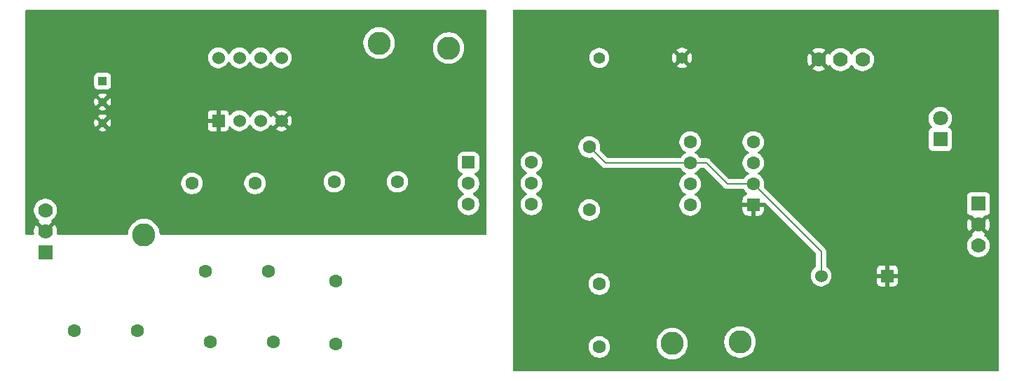
<source format=gbr>
%TF.GenerationSoftware,KiCad,Pcbnew,9.0.4*%
%TF.CreationDate,2025-11-20T22:36:02-07:00*%
%TF.ProjectId,Ready To Drive Light,52656164-7920-4546-9f20-447269766520,rev?*%
%TF.SameCoordinates,Original*%
%TF.FileFunction,Copper,L2,Bot*%
%TF.FilePolarity,Positive*%
%FSLAX46Y46*%
G04 Gerber Fmt 4.6, Leading zero omitted, Abs format (unit mm)*
G04 Created by KiCad (PCBNEW 9.0.4) date 2025-11-20 22:36:02*
%MOMM*%
%LPD*%
G01*
G04 APERTURE LIST*
G04 Aperture macros list*
%AMRoundRect*
0 Rectangle with rounded corners*
0 $1 Rounding radius*
0 $2 $3 $4 $5 $6 $7 $8 $9 X,Y pos of 4 corners*
0 Add a 4 corners polygon primitive as box body*
4,1,4,$2,$3,$4,$5,$6,$7,$8,$9,$2,$3,0*
0 Add four circle primitives for the rounded corners*
1,1,$1+$1,$2,$3*
1,1,$1+$1,$4,$5*
1,1,$1+$1,$6,$7*
1,1,$1+$1,$8,$9*
0 Add four rect primitives between the rounded corners*
20,1,$1+$1,$2,$3,$4,$5,0*
20,1,$1+$1,$4,$5,$6,$7,0*
20,1,$1+$1,$6,$7,$8,$9,0*
20,1,$1+$1,$8,$9,$2,$3,0*%
G04 Aperture macros list end*
%TA.AperFunction,ComponentPad*%
%ADD10C,1.524000*%
%TD*%
%TA.AperFunction,ComponentPad*%
%ADD11R,1.524000X1.524000*%
%TD*%
%TA.AperFunction,ComponentPad*%
%ADD12R,1.778000X1.778000*%
%TD*%
%TA.AperFunction,ComponentPad*%
%ADD13C,1.778000*%
%TD*%
%TA.AperFunction,ComponentPad*%
%ADD14C,1.600000*%
%TD*%
%TA.AperFunction,ComponentPad*%
%ADD15C,2.800000*%
%TD*%
%TA.AperFunction,ComponentPad*%
%ADD16RoundRect,0.250000X-0.550000X-0.550000X0.550000X-0.550000X0.550000X0.550000X-0.550000X0.550000X0*%
%TD*%
%TA.AperFunction,ComponentPad*%
%ADD17R,1.016000X1.016000*%
%TD*%
%TA.AperFunction,ComponentPad*%
%ADD18C,1.016000*%
%TD*%
%TA.AperFunction,ComponentPad*%
%ADD19C,1.422400*%
%TD*%
%TA.AperFunction,ComponentPad*%
%ADD20R,1.800000X1.800000*%
%TD*%
%TA.AperFunction,ComponentPad*%
%ADD21C,1.800000*%
%TD*%
%TA.AperFunction,ComponentPad*%
%ADD22RoundRect,0.250000X0.550000X0.550000X-0.550000X0.550000X-0.550000X-0.550000X0.550000X-0.550000X0*%
%TD*%
%TA.AperFunction,Conductor*%
%ADD23C,0.200000*%
%TD*%
G04 APERTURE END LIST*
D10*
%TO.P,C2,2*%
%TO.N,Net-(U2-THR)*%
X175399000Y-108600000D03*
D11*
%TO.P,C2,1*%
%TO.N,/LV-*%
X183400000Y-108600000D03*
%TD*%
D12*
%TO.P,J2,1,1*%
%TO.N,/HoopLight*%
X194400000Y-99860000D03*
D13*
%TO.P,J2,2,2*%
%TO.N,/LV-*%
X194400000Y-102400000D03*
%TO.P,J2,3,3*%
%TO.N,/LV+*%
X194400000Y-104940000D03*
%TD*%
D12*
%TO.P,J1,1,1*%
%TO.N,/HV390+*%
X81692000Y-105740000D03*
D13*
%TO.P,J1,2,2*%
%TO.N,/HV-*%
X81692000Y-103200000D03*
%TO.P,J1,3,3*%
%TO.N,/HV12+*%
X81692000Y-100660000D03*
%TD*%
D14*
%TO.P,R1,1*%
%TO.N,Net-(U2-DIS)*%
X148600000Y-109590000D03*
%TO.P,R1,2*%
%TO.N,Net-(U2-VCC)*%
X148600000Y-117210000D03*
%TD*%
%TO.P,R7,1*%
%TO.N,Net-(R6-Pad2)*%
X109210000Y-116600000D03*
%TO.P,R7,2*%
%TO.N,Net-(R7-Pad2)*%
X101590000Y-116600000D03*
%TD*%
%TO.P,R3,1*%
%TO.N,/comparator out*%
X116590000Y-97200000D03*
%TO.P,R3,2*%
%TO.N,Net-(R3-Pad2)*%
X124210000Y-97200000D03*
%TD*%
%TO.P,R6,1*%
%TO.N,Net-(R5-Pad2)*%
X116800000Y-109190000D03*
%TO.P,R6,2*%
%TO.N,Net-(R6-Pad2)*%
X116800000Y-116810000D03*
%TD*%
%TO.P,R8,1*%
%TO.N,Net-(R7-Pad2)*%
X92810000Y-115200000D03*
%TO.P,R8,2*%
%TO.N,/HV390+*%
X85190000Y-115200000D03*
%TD*%
D15*
%TO.P,TP5,1,1*%
%TO.N,/comparator out*%
X122000000Y-80400000D03*
%TD*%
D16*
%TO.P,U1,1*%
%TO.N,/HV12+*%
X132800000Y-94860000D03*
D14*
%TO.P,U1,2*%
%TO.N,Net-(R3-Pad2)*%
X132800000Y-97400000D03*
%TO.P,U1,3,NC*%
%TO.N,unconnected-(U1-NC-Pad3)*%
X132800000Y-99940000D03*
%TO.P,U1,4*%
%TO.N,Net-(U2-VCC)*%
X140420000Y-99940000D03*
%TO.P,U1,5*%
%TO.N,/LV+*%
X140420000Y-97400000D03*
%TO.P,U1,6*%
%TO.N,unconnected-(U1-Pad6)*%
X140420000Y-94860000D03*
%TD*%
%TO.P,R5,1*%
%TO.N,/VolDivTestPoint*%
X100990000Y-108000000D03*
%TO.P,R5,2*%
%TO.N,Net-(R5-Pad2)*%
X108610000Y-108000000D03*
%TD*%
D15*
%TO.P,TP7,1,1*%
%TO.N,Net-(U2-VCC)*%
X157400000Y-116800000D03*
%TD*%
D14*
%TO.P,R9,1*%
%TO.N,Net-(U2-THR)*%
X147400000Y-92990000D03*
%TO.P,R9,2*%
%TO.N,Net-(U2-DIS)*%
X147400000Y-100610000D03*
%TD*%
D17*
%TO.P,U5,1,1*%
%TO.N,Net-(R4-Pad2)*%
X88600000Y-85000000D03*
D18*
%TO.P,U5,2,2*%
%TO.N,/HV-*%
X88600000Y-87540000D03*
%TO.P,U5,3,3*%
X88600000Y-90080000D03*
%TD*%
D15*
%TO.P,TP1,1,1*%
%TO.N,/VolDivTestPoint*%
X93600000Y-103600000D03*
%TD*%
%TO.P,TP6,1,1*%
%TO.N,Net-(R3-Pad2)*%
X130400000Y-81000000D03*
%TD*%
D11*
%TO.P,U6,1,GND*%
%TO.N,/HV-*%
X102590000Y-89810000D03*
D10*
%TO.P,U6,2,IN+*%
%TO.N,/HV12+*%
X105130000Y-89810000D03*
%TO.P,U6,3,IN-*%
%TO.N,/VolDivTestPoint*%
X107670000Y-89810000D03*
%TO.P,U6,4,V-*%
%TO.N,/HV-*%
X110210000Y-89810000D03*
%TO.P,U6,5,BAL*%
%TO.N,unconnected-(U6-BAL-Pad5)*%
X110210000Y-82190000D03*
%TO.P,U6,6,BAL/STB*%
%TO.N,/HV12+*%
X107670000Y-82190000D03*
%TO.P,U6,7,OUT*%
%TO.N,/comparator out*%
X105130000Y-82190000D03*
%TO.P,U6,8,V+*%
%TO.N,/HV12+*%
X102590000Y-82190000D03*
%TD*%
D15*
%TO.P,TP11,1,1*%
%TO.N,/TimerOut*%
X165600000Y-116600000D03*
%TD*%
D13*
%TO.P,Q1,1,D*%
%TO.N,Net-(D1-A)*%
X180400000Y-82400000D03*
%TO.P,Q1,2,G*%
%TO.N,/TimerOut*%
X177760000Y-82400000D03*
%TO.P,Q1,3,S*%
%TO.N,/LV-*%
X175120001Y-82400000D03*
%TD*%
D19*
%TO.P,C3,1*%
%TO.N,/LV-*%
X158600000Y-82200000D03*
%TO.P,C3,2*%
%TO.N,Net-(U2-CV)*%
X148600000Y-82200000D03*
%TD*%
D14*
%TO.P,R4,1*%
%TO.N,/VolDivTestPoint*%
X107010000Y-97400000D03*
%TO.P,R4,2*%
%TO.N,Net-(R4-Pad2)*%
X99390000Y-97400000D03*
%TD*%
D20*
%TO.P,D1,1,K*%
%TO.N,/HoopLight*%
X189800000Y-92065000D03*
D21*
%TO.P,D1,2,A*%
%TO.N,Net-(D1-A)*%
X189800000Y-89525000D03*
%TD*%
D22*
%TO.P,U2,1,GND*%
%TO.N,/LV-*%
X167205000Y-100010000D03*
D14*
%TO.P,U2,2,TR*%
%TO.N,Net-(U2-THR)*%
X167205000Y-97470000D03*
%TO.P,U2,3,Q*%
%TO.N,/TimerOut*%
X167205000Y-94930000D03*
%TO.P,U2,4,R*%
%TO.N,/LV+*%
X167205000Y-92390000D03*
%TO.P,U2,5,CV*%
%TO.N,Net-(U2-CV)*%
X159585000Y-92390000D03*
%TO.P,U2,6,THR*%
%TO.N,Net-(U2-THR)*%
X159585000Y-94930000D03*
%TO.P,U2,7,DIS*%
%TO.N,Net-(U2-DIS)*%
X159585000Y-97470000D03*
%TO.P,U2,8,VCC*%
%TO.N,Net-(U2-VCC)*%
X159585000Y-100010000D03*
%TD*%
D23*
%TO.N,Net-(U2-THR)*%
X175399000Y-105664000D02*
X175399000Y-108600000D01*
X167205000Y-97470000D02*
X175399000Y-105664000D01*
X164070000Y-97470000D02*
X167205000Y-97470000D01*
X161530000Y-94930000D02*
X164070000Y-97470000D01*
X159585000Y-94930000D02*
X161530000Y-94930000D01*
X147410000Y-92990000D02*
X147600000Y-92800000D01*
X147600000Y-93180000D02*
X149350000Y-94930000D01*
X149350000Y-94930000D02*
X159585000Y-94930000D01*
X147400000Y-92990000D02*
X147410000Y-92990000D01*
X147600000Y-92800000D02*
X147600000Y-93180000D01*
%TD*%
%TA.AperFunction,Conductor*%
%TO.N,/LV-*%
G36*
X196796640Y-76353587D02*
G01*
X196842395Y-76406391D01*
X196853601Y-76457902D01*
X196853601Y-120008902D01*
X196833916Y-120075941D01*
X196781112Y-120121696D01*
X196729601Y-120132902D01*
X138324000Y-120132902D01*
X138256961Y-120113217D01*
X138211206Y-120060413D01*
X138200000Y-120008902D01*
X138200000Y-117107648D01*
X147299500Y-117107648D01*
X147299500Y-117312351D01*
X147331522Y-117514534D01*
X147394781Y-117709223D01*
X147487715Y-117891613D01*
X147608028Y-118057213D01*
X147752786Y-118201971D01*
X147898948Y-118308162D01*
X147918390Y-118322287D01*
X148034607Y-118381503D01*
X148100776Y-118415218D01*
X148100778Y-118415218D01*
X148100781Y-118415220D01*
X148205137Y-118449127D01*
X148295465Y-118478477D01*
X148396557Y-118494488D01*
X148497648Y-118510500D01*
X148497649Y-118510500D01*
X148702351Y-118510500D01*
X148702352Y-118510500D01*
X148904534Y-118478477D01*
X149099219Y-118415220D01*
X149281610Y-118322287D01*
X149374590Y-118254732D01*
X149447213Y-118201971D01*
X149447215Y-118201968D01*
X149447219Y-118201966D01*
X149591966Y-118057219D01*
X149591968Y-118057215D01*
X149591971Y-118057213D01*
X149644732Y-117984590D01*
X149712287Y-117891610D01*
X149805220Y-117709219D01*
X149868477Y-117514534D01*
X149900500Y-117312352D01*
X149900500Y-117107648D01*
X149868477Y-116905466D01*
X149868476Y-116905462D01*
X149868476Y-116905461D01*
X149805220Y-116710781D01*
X149787213Y-116675441D01*
X155499500Y-116675441D01*
X155499500Y-116924558D01*
X155499501Y-116924575D01*
X155532017Y-117171561D01*
X155596498Y-117412207D01*
X155691830Y-117642361D01*
X155691837Y-117642376D01*
X155816400Y-117858126D01*
X155968060Y-118055774D01*
X155968066Y-118055781D01*
X156144218Y-118231933D01*
X156144225Y-118231939D01*
X156341873Y-118383599D01*
X156557623Y-118508162D01*
X156557638Y-118508169D01*
X156656825Y-118549253D01*
X156787793Y-118603502D01*
X157028435Y-118667982D01*
X157275435Y-118700500D01*
X157275442Y-118700500D01*
X157524558Y-118700500D01*
X157524565Y-118700500D01*
X157771565Y-118667982D01*
X158012207Y-118603502D01*
X158242373Y-118508164D01*
X158458127Y-118383599D01*
X158655776Y-118231938D01*
X158831938Y-118055776D01*
X158983599Y-117858127D01*
X159108164Y-117642373D01*
X159203502Y-117412207D01*
X159267982Y-117171565D01*
X159300500Y-116924565D01*
X159300500Y-116675435D01*
X159274170Y-116475441D01*
X163699500Y-116475441D01*
X163699500Y-116724558D01*
X163699501Y-116724575D01*
X163732017Y-116971561D01*
X163796498Y-117212207D01*
X163891830Y-117442361D01*
X163891837Y-117442376D01*
X164016400Y-117658126D01*
X164168060Y-117855774D01*
X164168066Y-117855781D01*
X164344218Y-118031933D01*
X164344225Y-118031939D01*
X164541873Y-118183599D01*
X164757623Y-118308162D01*
X164757638Y-118308169D01*
X164856825Y-118349253D01*
X164987793Y-118403502D01*
X165228435Y-118467982D01*
X165475435Y-118500500D01*
X165475442Y-118500500D01*
X165724558Y-118500500D01*
X165724565Y-118500500D01*
X165971565Y-118467982D01*
X166212207Y-118403502D01*
X166442373Y-118308164D01*
X166658127Y-118183599D01*
X166855776Y-118031938D01*
X167031938Y-117855776D01*
X167183599Y-117658127D01*
X167308164Y-117442373D01*
X167403502Y-117212207D01*
X167467982Y-116971565D01*
X167500500Y-116724565D01*
X167500500Y-116475435D01*
X167467982Y-116228435D01*
X167403502Y-115987793D01*
X167308164Y-115757627D01*
X167299068Y-115741873D01*
X167183599Y-115541873D01*
X167031939Y-115344225D01*
X167031933Y-115344218D01*
X166855781Y-115168066D01*
X166855774Y-115168060D01*
X166658126Y-115016400D01*
X166442376Y-114891837D01*
X166442361Y-114891830D01*
X166212207Y-114796498D01*
X165971561Y-114732017D01*
X165724575Y-114699501D01*
X165724570Y-114699500D01*
X165724565Y-114699500D01*
X165475435Y-114699500D01*
X165475429Y-114699500D01*
X165475424Y-114699501D01*
X165228438Y-114732017D01*
X164987792Y-114796498D01*
X164757638Y-114891830D01*
X164757623Y-114891837D01*
X164541873Y-115016400D01*
X164344225Y-115168060D01*
X164344218Y-115168066D01*
X164168066Y-115344218D01*
X164168060Y-115344225D01*
X164016400Y-115541873D01*
X163891837Y-115757623D01*
X163891830Y-115757638D01*
X163796498Y-115987792D01*
X163732017Y-116228438D01*
X163699501Y-116475424D01*
X163699500Y-116475441D01*
X159274170Y-116475441D01*
X159267982Y-116428435D01*
X159203502Y-116187793D01*
X159127696Y-116004781D01*
X159108169Y-115957638D01*
X159108162Y-115957623D01*
X158983599Y-115741873D01*
X158831939Y-115544225D01*
X158831933Y-115544218D01*
X158655781Y-115368066D01*
X158655774Y-115368060D01*
X158458126Y-115216400D01*
X158242376Y-115091837D01*
X158242361Y-115091830D01*
X158012207Y-114996498D01*
X157771561Y-114932017D01*
X157524575Y-114899501D01*
X157524570Y-114899500D01*
X157524565Y-114899500D01*
X157275435Y-114899500D01*
X157275429Y-114899500D01*
X157275424Y-114899501D01*
X157028438Y-114932017D01*
X156787792Y-114996498D01*
X156557638Y-115091830D01*
X156557623Y-115091837D01*
X156341873Y-115216400D01*
X156144225Y-115368060D01*
X156144218Y-115368066D01*
X155968066Y-115544218D01*
X155968060Y-115544225D01*
X155816400Y-115741873D01*
X155691837Y-115957623D01*
X155691830Y-115957638D01*
X155596498Y-116187792D01*
X155532017Y-116428438D01*
X155499501Y-116675424D01*
X155499500Y-116675441D01*
X149787213Y-116675441D01*
X149787210Y-116675435D01*
X149712287Y-116528390D01*
X149704556Y-116517749D01*
X149591971Y-116362786D01*
X149447213Y-116218028D01*
X149281613Y-116097715D01*
X149281612Y-116097714D01*
X149281610Y-116097713D01*
X149224653Y-116068691D01*
X149099223Y-116004781D01*
X148904534Y-115941522D01*
X148729995Y-115913878D01*
X148702352Y-115909500D01*
X148497648Y-115909500D01*
X148473329Y-115913351D01*
X148295465Y-115941522D01*
X148100776Y-116004781D01*
X147918386Y-116097715D01*
X147752786Y-116218028D01*
X147608028Y-116362786D01*
X147487715Y-116528386D01*
X147394781Y-116710776D01*
X147331522Y-116905465D01*
X147299500Y-117107648D01*
X138200000Y-117107648D01*
X138200000Y-109487648D01*
X147299500Y-109487648D01*
X147299500Y-109692351D01*
X147331522Y-109894534D01*
X147394781Y-110089223D01*
X147487715Y-110271613D01*
X147608028Y-110437213D01*
X147752786Y-110581971D01*
X147907749Y-110694556D01*
X147918390Y-110702287D01*
X148034607Y-110761503D01*
X148100776Y-110795218D01*
X148100778Y-110795218D01*
X148100781Y-110795220D01*
X148205137Y-110829127D01*
X148295465Y-110858477D01*
X148396557Y-110874488D01*
X148497648Y-110890500D01*
X148497649Y-110890500D01*
X148702351Y-110890500D01*
X148702352Y-110890500D01*
X148904534Y-110858477D01*
X149099219Y-110795220D01*
X149281610Y-110702287D01*
X149374590Y-110634732D01*
X149447213Y-110581971D01*
X149447215Y-110581968D01*
X149447219Y-110581966D01*
X149591966Y-110437219D01*
X149591968Y-110437215D01*
X149591971Y-110437213D01*
X149644732Y-110364590D01*
X149712287Y-110271610D01*
X149805220Y-110089219D01*
X149868477Y-109894534D01*
X149900500Y-109692352D01*
X149900500Y-109487648D01*
X149868477Y-109285466D01*
X149805220Y-109090781D01*
X149805218Y-109090778D01*
X149805218Y-109090776D01*
X149729978Y-108943111D01*
X149712287Y-108908390D01*
X149669865Y-108850000D01*
X149591971Y-108742786D01*
X149447213Y-108598028D01*
X149281613Y-108477715D01*
X149281612Y-108477714D01*
X149281610Y-108477713D01*
X149224653Y-108448691D01*
X149099223Y-108384781D01*
X148904534Y-108321522D01*
X148729995Y-108293878D01*
X148702352Y-108289500D01*
X148497648Y-108289500D01*
X148473329Y-108293351D01*
X148295465Y-108321522D01*
X148100776Y-108384781D01*
X147918386Y-108477715D01*
X147752786Y-108598028D01*
X147608028Y-108742786D01*
X147487715Y-108908386D01*
X147394781Y-109090776D01*
X147331522Y-109285465D01*
X147299500Y-109487648D01*
X138200000Y-109487648D01*
X138200000Y-94757648D01*
X139119500Y-94757648D01*
X139119500Y-94962351D01*
X139151522Y-95164534D01*
X139214781Y-95359223D01*
X139278691Y-95484653D01*
X139302052Y-95530500D01*
X139307715Y-95541613D01*
X139428028Y-95707213D01*
X139572786Y-95851971D01*
X139669135Y-95921971D01*
X139738390Y-95972287D01*
X139829840Y-96018883D01*
X139831080Y-96019515D01*
X139881876Y-96067490D01*
X139898671Y-96135311D01*
X139876134Y-96201446D01*
X139831080Y-96240485D01*
X139738386Y-96287715D01*
X139572786Y-96408028D01*
X139428028Y-96552786D01*
X139307715Y-96718386D01*
X139214781Y-96900776D01*
X139151522Y-97095465D01*
X139119500Y-97297648D01*
X139119500Y-97502351D01*
X139151522Y-97704534D01*
X139214781Y-97899223D01*
X139278691Y-98024653D01*
X139302052Y-98070500D01*
X139307715Y-98081613D01*
X139428028Y-98247213D01*
X139572786Y-98391971D01*
X139689696Y-98476909D01*
X139738390Y-98512287D01*
X139829840Y-98558883D01*
X139831080Y-98559515D01*
X139881876Y-98607490D01*
X139898671Y-98675311D01*
X139876134Y-98741446D01*
X139831080Y-98780485D01*
X139738386Y-98827715D01*
X139572786Y-98948028D01*
X139428028Y-99092786D01*
X139307715Y-99258386D01*
X139214781Y-99440776D01*
X139151522Y-99635465D01*
X139119500Y-99837648D01*
X139119500Y-100042351D01*
X139151522Y-100244534D01*
X139214781Y-100439223D01*
X139278691Y-100564653D01*
X139301790Y-100609986D01*
X139307715Y-100621613D01*
X139428028Y-100787213D01*
X139572786Y-100931971D01*
X139669135Y-101001971D01*
X139738390Y-101052287D01*
X139844875Y-101106544D01*
X139920776Y-101145218D01*
X139920778Y-101145218D01*
X139920781Y-101145220D01*
X140025137Y-101179127D01*
X140115465Y-101208477D01*
X140216557Y-101224488D01*
X140317648Y-101240500D01*
X140317649Y-101240500D01*
X140522351Y-101240500D01*
X140522352Y-101240500D01*
X140724534Y-101208477D01*
X140919219Y-101145220D01*
X141101610Y-101052287D01*
X141194590Y-100984732D01*
X141267213Y-100931971D01*
X141267215Y-100931968D01*
X141267219Y-100931966D01*
X141411966Y-100787219D01*
X141411968Y-100787215D01*
X141411971Y-100787213D01*
X141481429Y-100691610D01*
X141532287Y-100621610D01*
X141590354Y-100507648D01*
X146099500Y-100507648D01*
X146099500Y-100712351D01*
X146131522Y-100914534D01*
X146194781Y-101109223D01*
X146248789Y-101215218D01*
X146281021Y-101278477D01*
X146287715Y-101291613D01*
X146408028Y-101457213D01*
X146552786Y-101601971D01*
X146649186Y-101672008D01*
X146718390Y-101722287D01*
X146802219Y-101765000D01*
X146900776Y-101815218D01*
X146900778Y-101815218D01*
X146900781Y-101815220D01*
X146968647Y-101837271D01*
X147095465Y-101878477D01*
X147196557Y-101894488D01*
X147297648Y-101910500D01*
X147297649Y-101910500D01*
X147502351Y-101910500D01*
X147502352Y-101910500D01*
X147704534Y-101878477D01*
X147899219Y-101815220D01*
X148081610Y-101722287D01*
X148235666Y-101610360D01*
X148247213Y-101601971D01*
X148247215Y-101601968D01*
X148247219Y-101601966D01*
X148391966Y-101457219D01*
X148391968Y-101457215D01*
X148391971Y-101457213D01*
X148444732Y-101384590D01*
X148512287Y-101291610D01*
X148605220Y-101109219D01*
X148668477Y-100914534D01*
X148700500Y-100712352D01*
X148700500Y-100507648D01*
X148668477Y-100305466D01*
X148605220Y-100110781D01*
X148605218Y-100110778D01*
X148605218Y-100110776D01*
X148527037Y-99957339D01*
X148512287Y-99928390D01*
X148446360Y-99837648D01*
X148391971Y-99762786D01*
X148247213Y-99618028D01*
X148081613Y-99497715D01*
X148081612Y-99497714D01*
X148081610Y-99497713D01*
X148024653Y-99468691D01*
X147899223Y-99404781D01*
X147704534Y-99341522D01*
X147529995Y-99313878D01*
X147502352Y-99309500D01*
X147297648Y-99309500D01*
X147273329Y-99313351D01*
X147095465Y-99341522D01*
X146900776Y-99404781D01*
X146718386Y-99497715D01*
X146552786Y-99618028D01*
X146408028Y-99762786D01*
X146287715Y-99928386D01*
X146194781Y-100110776D01*
X146131522Y-100305465D01*
X146099500Y-100507648D01*
X141590354Y-100507648D01*
X141625220Y-100439219D01*
X141688477Y-100244534D01*
X141720500Y-100042352D01*
X141720500Y-99837648D01*
X141688477Y-99635466D01*
X141625220Y-99440781D01*
X141625218Y-99440778D01*
X141625218Y-99440776D01*
X141574645Y-99341522D01*
X141532287Y-99258390D01*
X141524556Y-99247749D01*
X141411971Y-99092786D01*
X141267213Y-98948028D01*
X141101614Y-98827715D01*
X141069684Y-98811446D01*
X141008917Y-98780483D01*
X140958123Y-98732511D01*
X140941328Y-98664690D01*
X140963865Y-98598555D01*
X141008917Y-98559516D01*
X141101610Y-98512287D01*
X141150304Y-98476909D01*
X141267213Y-98391971D01*
X141267215Y-98391968D01*
X141267219Y-98391966D01*
X141411966Y-98247219D01*
X141411968Y-98247215D01*
X141411971Y-98247213D01*
X141464732Y-98174590D01*
X141532287Y-98081610D01*
X141625220Y-97899219D01*
X141688477Y-97704534D01*
X141720500Y-97502352D01*
X141720500Y-97297648D01*
X141688477Y-97095466D01*
X141625220Y-96900781D01*
X141625218Y-96900778D01*
X141625218Y-96900776D01*
X141574784Y-96801795D01*
X141532287Y-96718390D01*
X141524556Y-96707749D01*
X141411971Y-96552786D01*
X141267213Y-96408028D01*
X141101614Y-96287715D01*
X141069684Y-96271446D01*
X141008917Y-96240483D01*
X140958123Y-96192511D01*
X140941328Y-96124690D01*
X140963865Y-96058555D01*
X141008917Y-96019516D01*
X141101610Y-95972287D01*
X141170865Y-95921971D01*
X141267213Y-95851971D01*
X141267215Y-95851968D01*
X141267219Y-95851966D01*
X141411966Y-95707219D01*
X141411968Y-95707215D01*
X141411971Y-95707213D01*
X141464732Y-95634590D01*
X141532287Y-95541610D01*
X141625220Y-95359219D01*
X141688477Y-95164534D01*
X141720500Y-94962352D01*
X141720500Y-94757648D01*
X141699564Y-94625465D01*
X141688477Y-94555465D01*
X141625218Y-94360776D01*
X141573093Y-94258477D01*
X141532287Y-94178390D01*
X141524556Y-94167749D01*
X141411971Y-94012786D01*
X141267213Y-93868028D01*
X141101613Y-93747715D01*
X141101612Y-93747714D01*
X141101610Y-93747713D01*
X141044653Y-93718691D01*
X140919223Y-93654781D01*
X140724534Y-93591522D01*
X140549995Y-93563878D01*
X140522352Y-93559500D01*
X140317648Y-93559500D01*
X140293329Y-93563351D01*
X140115465Y-93591522D01*
X139920776Y-93654781D01*
X139738386Y-93747715D01*
X139572786Y-93868028D01*
X139428028Y-94012786D01*
X139307715Y-94178386D01*
X139214781Y-94360776D01*
X139151522Y-94555465D01*
X139119500Y-94757648D01*
X138200000Y-94757648D01*
X138200000Y-92887648D01*
X146099500Y-92887648D01*
X146099500Y-93092351D01*
X146131522Y-93294534D01*
X146194781Y-93489223D01*
X146248790Y-93595220D01*
X146284503Y-93665311D01*
X146287715Y-93671613D01*
X146408028Y-93837213D01*
X146552786Y-93981971D01*
X146691542Y-94082781D01*
X146718390Y-94102287D01*
X146834607Y-94161503D01*
X146900776Y-94195218D01*
X146900778Y-94195218D01*
X146900781Y-94195220D01*
X147001341Y-94227894D01*
X147095465Y-94258477D01*
X147196557Y-94274488D01*
X147297648Y-94290500D01*
X147297649Y-94290500D01*
X147502351Y-94290500D01*
X147502352Y-94290500D01*
X147704534Y-94258477D01*
X147726391Y-94251374D01*
X147796230Y-94249380D01*
X147852389Y-94281625D01*
X148981284Y-95410520D01*
X148981286Y-95410521D01*
X148981290Y-95410524D01*
X149118209Y-95489573D01*
X149118216Y-95489577D01*
X149270943Y-95530501D01*
X149270945Y-95530501D01*
X149436654Y-95530501D01*
X149436670Y-95530500D01*
X158355398Y-95530500D01*
X158422437Y-95550185D01*
X158465883Y-95598205D01*
X158472715Y-95611614D01*
X158593028Y-95777213D01*
X158737786Y-95921971D01*
X158872047Y-96019515D01*
X158903390Y-96042287D01*
X158952854Y-96067490D01*
X158996080Y-96089515D01*
X159046876Y-96137490D01*
X159063671Y-96205311D01*
X159041134Y-96271446D01*
X158996080Y-96310485D01*
X158903386Y-96357715D01*
X158737786Y-96478028D01*
X158593028Y-96622786D01*
X158472715Y-96788386D01*
X158379781Y-96970776D01*
X158316522Y-97165465D01*
X158284500Y-97367648D01*
X158284500Y-97572351D01*
X158316522Y-97774534D01*
X158379781Y-97969223D01*
X158472715Y-98151613D01*
X158593028Y-98317213D01*
X158737786Y-98461971D01*
X158872047Y-98559515D01*
X158903390Y-98582287D01*
X158952854Y-98607490D01*
X158996080Y-98629515D01*
X159046876Y-98677490D01*
X159063671Y-98745311D01*
X159041134Y-98811446D01*
X158996080Y-98850485D01*
X158903386Y-98897715D01*
X158737786Y-99018028D01*
X158593028Y-99162786D01*
X158472715Y-99328386D01*
X158379781Y-99510776D01*
X158316522Y-99705465D01*
X158284500Y-99907648D01*
X158284500Y-100112351D01*
X158316522Y-100314534D01*
X158379781Y-100509223D01*
X158472715Y-100691613D01*
X158593028Y-100857213D01*
X158737786Y-101001971D01*
X158885403Y-101109219D01*
X158903390Y-101122287D01*
X159019607Y-101181503D01*
X159085776Y-101215218D01*
X159085778Y-101215218D01*
X159085781Y-101215220D01*
X159175459Y-101244358D01*
X159280465Y-101278477D01*
X159363383Y-101291610D01*
X159482648Y-101310500D01*
X159482649Y-101310500D01*
X159687351Y-101310500D01*
X159687352Y-101310500D01*
X159889534Y-101278477D01*
X160084219Y-101215220D01*
X160266610Y-101122287D01*
X160362962Y-101052284D01*
X160432213Y-101001971D01*
X160432215Y-101001968D01*
X160432219Y-101001966D01*
X160576966Y-100857219D01*
X160576968Y-100857215D01*
X160576971Y-100857213D01*
X160629732Y-100784590D01*
X160697287Y-100691610D01*
X160790220Y-100509219D01*
X160853477Y-100314534D01*
X160854913Y-100305465D01*
X160873322Y-100189240D01*
X160885500Y-100112351D01*
X160885500Y-99907648D01*
X160853477Y-99705465D01*
X160790218Y-99510776D01*
X160736210Y-99404781D01*
X160697287Y-99328390D01*
X160681966Y-99307302D01*
X160576971Y-99162786D01*
X160432213Y-99018028D01*
X160266614Y-98897715D01*
X160260006Y-98894348D01*
X160173917Y-98850483D01*
X160123123Y-98802511D01*
X160106328Y-98734690D01*
X160128865Y-98668555D01*
X160173917Y-98629516D01*
X160266610Y-98582287D01*
X160297953Y-98559515D01*
X160432213Y-98461971D01*
X160432215Y-98461968D01*
X160432219Y-98461966D01*
X160576966Y-98317219D01*
X160576968Y-98317215D01*
X160576971Y-98317213D01*
X160629732Y-98244590D01*
X160697287Y-98151610D01*
X160790220Y-97969219D01*
X160853477Y-97774534D01*
X160885500Y-97572352D01*
X160885500Y-97367648D01*
X160853477Y-97165466D01*
X160790220Y-96970781D01*
X160790218Y-96970778D01*
X160790218Y-96970776D01*
X160754551Y-96900776D01*
X160697287Y-96788390D01*
X160689556Y-96777749D01*
X160576971Y-96622786D01*
X160432213Y-96478028D01*
X160266614Y-96357715D01*
X160260006Y-96354348D01*
X160173917Y-96310483D01*
X160123123Y-96262511D01*
X160106328Y-96194690D01*
X160128865Y-96128555D01*
X160173917Y-96089516D01*
X160266610Y-96042287D01*
X160362962Y-95972284D01*
X160432213Y-95921971D01*
X160432215Y-95921968D01*
X160432219Y-95921966D01*
X160576966Y-95777219D01*
X160576968Y-95777215D01*
X160576971Y-95777213D01*
X160697284Y-95611614D01*
X160697285Y-95611613D01*
X160697287Y-95611610D01*
X160704117Y-95598204D01*
X160752091Y-95547409D01*
X160814602Y-95530500D01*
X161229903Y-95530500D01*
X161296942Y-95550185D01*
X161317584Y-95566819D01*
X163585139Y-97834374D01*
X163585149Y-97834385D01*
X163589479Y-97838715D01*
X163589480Y-97838716D01*
X163701284Y-97950520D01*
X163701286Y-97950521D01*
X163701290Y-97950524D01*
X163838209Y-98029573D01*
X163838216Y-98029577D01*
X163950019Y-98059534D01*
X163990942Y-98070500D01*
X163990943Y-98070500D01*
X165975398Y-98070500D01*
X166042437Y-98090185D01*
X166085883Y-98138205D01*
X166092715Y-98151614D01*
X166213028Y-98317213D01*
X166357782Y-98461967D01*
X166357787Y-98461971D01*
X166451948Y-98530383D01*
X166494614Y-98585713D01*
X166500593Y-98655326D01*
X166467988Y-98717121D01*
X166418068Y-98748407D01*
X166335878Y-98775642D01*
X166335875Y-98775643D01*
X166186654Y-98867684D01*
X166062684Y-98991654D01*
X165970643Y-99140875D01*
X165970641Y-99140880D01*
X165915494Y-99307302D01*
X165915493Y-99307309D01*
X165905000Y-99410013D01*
X165905000Y-99760000D01*
X166889314Y-99760000D01*
X166884920Y-99764394D01*
X166832259Y-99855606D01*
X166805000Y-99957339D01*
X166805000Y-100062661D01*
X166832259Y-100164394D01*
X166884920Y-100255606D01*
X166889314Y-100260000D01*
X165905001Y-100260000D01*
X165905001Y-100609986D01*
X165915494Y-100712697D01*
X165970641Y-100879119D01*
X165970643Y-100879124D01*
X166062684Y-101028345D01*
X166186654Y-101152315D01*
X166335875Y-101244356D01*
X166335880Y-101244358D01*
X166502302Y-101299505D01*
X166502309Y-101299506D01*
X166605019Y-101309999D01*
X166954999Y-101309999D01*
X166955000Y-101309998D01*
X166955000Y-100325686D01*
X166959394Y-100330080D01*
X167050606Y-100382741D01*
X167152339Y-100410000D01*
X167257661Y-100410000D01*
X167359394Y-100382741D01*
X167450606Y-100330080D01*
X167455000Y-100325686D01*
X167455000Y-101309999D01*
X167804972Y-101309999D01*
X167804986Y-101309998D01*
X167907697Y-101299505D01*
X168074119Y-101244358D01*
X168074124Y-101244356D01*
X168223345Y-101152315D01*
X168347315Y-101028345D01*
X168439356Y-100879124D01*
X168439358Y-100879119D01*
X168494505Y-100712697D01*
X168494506Y-100712690D01*
X168504999Y-100609986D01*
X168505000Y-100609973D01*
X168505000Y-100260000D01*
X167520686Y-100260000D01*
X167525080Y-100255606D01*
X167577741Y-100164394D01*
X167605000Y-100062661D01*
X167605000Y-99957339D01*
X167577741Y-99855606D01*
X167525080Y-99764394D01*
X167520686Y-99760000D01*
X168519380Y-99760000D01*
X168549024Y-99743813D01*
X168618716Y-99748797D01*
X168663063Y-99777298D01*
X174762181Y-105876416D01*
X174795666Y-105937739D01*
X174798500Y-105964097D01*
X174798500Y-107413270D01*
X174778815Y-107480309D01*
X174741133Y-107517191D01*
X174741248Y-107517349D01*
X174740176Y-107518127D01*
X174739285Y-107519000D01*
X174737309Y-107520210D01*
X174576533Y-107637021D01*
X174436021Y-107777533D01*
X174319213Y-107938305D01*
X174228994Y-108115367D01*
X174228993Y-108115370D01*
X174167587Y-108304362D01*
X174136500Y-108500639D01*
X174136500Y-108699360D01*
X174167587Y-108895637D01*
X174228993Y-109084629D01*
X174228994Y-109084632D01*
X174319213Y-109261694D01*
X174436019Y-109422464D01*
X174576536Y-109562981D01*
X174737306Y-109679787D01*
X174824149Y-109724035D01*
X174914367Y-109770005D01*
X174914370Y-109770006D01*
X175008866Y-109800709D01*
X175103364Y-109831413D01*
X175299639Y-109862500D01*
X175299640Y-109862500D01*
X175498360Y-109862500D01*
X175498361Y-109862500D01*
X175694636Y-109831413D01*
X175883632Y-109770005D01*
X176060694Y-109679787D01*
X176221464Y-109562981D01*
X176361981Y-109422464D01*
X176478787Y-109261694D01*
X176569005Y-109084632D01*
X176630413Y-108895636D01*
X176661500Y-108699361D01*
X176661500Y-108500639D01*
X176630413Y-108304364D01*
X176569005Y-108115368D01*
X176569005Y-108115367D01*
X176478786Y-107938305D01*
X176421703Y-107859737D01*
X176371149Y-107790155D01*
X182138000Y-107790155D01*
X182138000Y-108350000D01*
X182899091Y-108350000D01*
X182879281Y-108384311D01*
X182841200Y-108526433D01*
X182841200Y-108673567D01*
X182879281Y-108815689D01*
X182899091Y-108850000D01*
X182138000Y-108850000D01*
X182138000Y-109409844D01*
X182144401Y-109469372D01*
X182144403Y-109469379D01*
X182194645Y-109604086D01*
X182194649Y-109604093D01*
X182280809Y-109719187D01*
X182280812Y-109719190D01*
X182395906Y-109805350D01*
X182395913Y-109805354D01*
X182530620Y-109855596D01*
X182530627Y-109855598D01*
X182590155Y-109861999D01*
X182590172Y-109862000D01*
X183150000Y-109862000D01*
X183150000Y-109100909D01*
X183184311Y-109120719D01*
X183326433Y-109158800D01*
X183473567Y-109158800D01*
X183615689Y-109120719D01*
X183650000Y-109100909D01*
X183650000Y-109862000D01*
X184209828Y-109862000D01*
X184209844Y-109861999D01*
X184269372Y-109855598D01*
X184269379Y-109855596D01*
X184404086Y-109805354D01*
X184404093Y-109805350D01*
X184519187Y-109719190D01*
X184519190Y-109719187D01*
X184605350Y-109604093D01*
X184605354Y-109604086D01*
X184655596Y-109469379D01*
X184655598Y-109469372D01*
X184661999Y-109409844D01*
X184662000Y-109409827D01*
X184662000Y-108850000D01*
X183900909Y-108850000D01*
X183920719Y-108815689D01*
X183958800Y-108673567D01*
X183958800Y-108526433D01*
X183920719Y-108384311D01*
X183900909Y-108350000D01*
X184662000Y-108350000D01*
X184662000Y-107790172D01*
X184661999Y-107790155D01*
X184655598Y-107730627D01*
X184655596Y-107730620D01*
X184605354Y-107595913D01*
X184605350Y-107595906D01*
X184519190Y-107480812D01*
X184519187Y-107480809D01*
X184404093Y-107394649D01*
X184404086Y-107394645D01*
X184269379Y-107344403D01*
X184269372Y-107344401D01*
X184209844Y-107338000D01*
X183650000Y-107338000D01*
X183650000Y-108099090D01*
X183615689Y-108079281D01*
X183473567Y-108041200D01*
X183326433Y-108041200D01*
X183184311Y-108079281D01*
X183150000Y-108099090D01*
X183150000Y-107338000D01*
X182590155Y-107338000D01*
X182530627Y-107344401D01*
X182530620Y-107344403D01*
X182395913Y-107394645D01*
X182395906Y-107394649D01*
X182280812Y-107480809D01*
X182280809Y-107480812D01*
X182194649Y-107595906D01*
X182194645Y-107595913D01*
X182144403Y-107730620D01*
X182144401Y-107730627D01*
X182138000Y-107790155D01*
X176371149Y-107790155D01*
X176361981Y-107777536D01*
X176221464Y-107637019D01*
X176060694Y-107520213D01*
X176060690Y-107520210D01*
X176058715Y-107519000D01*
X176058121Y-107518343D01*
X176056752Y-107517349D01*
X176056960Y-107517061D01*
X176011837Y-107467190D01*
X175999500Y-107413270D01*
X175999500Y-105753059D01*
X175999501Y-105753046D01*
X175999501Y-105584945D01*
X175999501Y-105584943D01*
X175958577Y-105432215D01*
X175958575Y-105432211D01*
X175926052Y-105375879D01*
X175926052Y-105375880D01*
X175879522Y-105295287D01*
X175879521Y-105295286D01*
X175879520Y-105295284D01*
X175767716Y-105183480D01*
X175767715Y-105183479D01*
X175763385Y-105179149D01*
X175763374Y-105179139D01*
X169507370Y-98923135D01*
X193010500Y-98923135D01*
X193010500Y-100796870D01*
X193010501Y-100796876D01*
X193016908Y-100856483D01*
X193067202Y-100991328D01*
X193067206Y-100991335D01*
X193153452Y-101106544D01*
X193153455Y-101106547D01*
X193268664Y-101192793D01*
X193268671Y-101192797D01*
X193310712Y-101208477D01*
X193403517Y-101243091D01*
X193463127Y-101249500D01*
X193551692Y-101249499D01*
X193618728Y-101269183D01*
X193639371Y-101285818D01*
X194163992Y-101810438D01*
X194099215Y-101837271D01*
X193995211Y-101906764D01*
X193906764Y-101995211D01*
X193837271Y-102099215D01*
X193810439Y-102163992D01*
X193256807Y-101610360D01*
X193256806Y-101610360D01*
X193212023Y-101672001D01*
X193112762Y-101866808D01*
X193112761Y-101866811D01*
X193045202Y-102074740D01*
X193011000Y-102290683D01*
X193011000Y-102509316D01*
X193045202Y-102725259D01*
X193112761Y-102933188D01*
X193112762Y-102933191D01*
X193212020Y-103127993D01*
X193212021Y-103127995D01*
X193256806Y-103189638D01*
X193256807Y-103189638D01*
X193810438Y-102636006D01*
X193837271Y-102700785D01*
X193906764Y-102804789D01*
X193995211Y-102893236D01*
X194099215Y-102962729D01*
X194163991Y-102989560D01*
X193610360Y-103543191D01*
X193610360Y-103543192D01*
X193646394Y-103569372D01*
X193689060Y-103624701D01*
X193695039Y-103694315D01*
X193662434Y-103756110D01*
X193646394Y-103770008D01*
X193494807Y-103880142D01*
X193494802Y-103880146D01*
X193340142Y-104034806D01*
X193211595Y-104211739D01*
X193112298Y-104406616D01*
X193112297Y-104406619D01*
X193044714Y-104614623D01*
X193010500Y-104830638D01*
X193010500Y-105049361D01*
X193044714Y-105265376D01*
X193112297Y-105473380D01*
X193112298Y-105473383D01*
X193211595Y-105668260D01*
X193340142Y-105845193D01*
X193494806Y-105999857D01*
X193660374Y-106120147D01*
X193671743Y-106128407D01*
X193799132Y-106193315D01*
X193866616Y-106227701D01*
X193866619Y-106227702D01*
X193970621Y-106261493D01*
X194074625Y-106295286D01*
X194174672Y-106311132D01*
X194290639Y-106329500D01*
X194290644Y-106329500D01*
X194509361Y-106329500D01*
X194614082Y-106312912D01*
X194725375Y-106295286D01*
X194933383Y-106227701D01*
X195128257Y-106128407D01*
X195227601Y-106056229D01*
X195305193Y-105999857D01*
X195305195Y-105999854D01*
X195305199Y-105999852D01*
X195459852Y-105845199D01*
X195459854Y-105845195D01*
X195459857Y-105845193D01*
X195526795Y-105753059D01*
X195588407Y-105668257D01*
X195687701Y-105473383D01*
X195755286Y-105265375D01*
X195772912Y-105154082D01*
X195789500Y-105049361D01*
X195789500Y-104830638D01*
X195769595Y-104704971D01*
X195755286Y-104614625D01*
X195687701Y-104406617D01*
X195687701Y-104406616D01*
X195653315Y-104339132D01*
X195588407Y-104211743D01*
X195580147Y-104200374D01*
X195459857Y-104034806D01*
X195305197Y-103880146D01*
X195305192Y-103880142D01*
X195153605Y-103770008D01*
X195110939Y-103714678D01*
X195104960Y-103645065D01*
X195137565Y-103583270D01*
X195153605Y-103569372D01*
X195189638Y-103543191D01*
X195189639Y-103543191D01*
X194636008Y-102989560D01*
X194700785Y-102962729D01*
X194804789Y-102893236D01*
X194893236Y-102804789D01*
X194962729Y-102700785D01*
X194989560Y-102636008D01*
X195543191Y-103189639D01*
X195543191Y-103189638D01*
X195587978Y-103127995D01*
X195687237Y-102933191D01*
X195687238Y-102933188D01*
X195754797Y-102725259D01*
X195789000Y-102509316D01*
X195789000Y-102290683D01*
X195754797Y-102074740D01*
X195687238Y-101866811D01*
X195687237Y-101866808D01*
X195587980Y-101672008D01*
X195543191Y-101610360D01*
X194989560Y-102163991D01*
X194962729Y-102099215D01*
X194893236Y-101995211D01*
X194804789Y-101906764D01*
X194700785Y-101837271D01*
X194636007Y-101810438D01*
X195160629Y-101285818D01*
X195221952Y-101252333D01*
X195248309Y-101249499D01*
X195336872Y-101249499D01*
X195396483Y-101243091D01*
X195531331Y-101192796D01*
X195646546Y-101106546D01*
X195732796Y-100991331D01*
X195783091Y-100856483D01*
X195789500Y-100796873D01*
X195789499Y-98923128D01*
X195783091Y-98863517D01*
X195778230Y-98850485D01*
X195732797Y-98728671D01*
X195732793Y-98728664D01*
X195646547Y-98613455D01*
X195646544Y-98613452D01*
X195531335Y-98527206D01*
X195531328Y-98527202D01*
X195396482Y-98476908D01*
X195396483Y-98476908D01*
X195336883Y-98470501D01*
X195336881Y-98470500D01*
X195336873Y-98470500D01*
X195336864Y-98470500D01*
X193463129Y-98470500D01*
X193463123Y-98470501D01*
X193403516Y-98476908D01*
X193268671Y-98527202D01*
X193268664Y-98527206D01*
X193153455Y-98613452D01*
X193153452Y-98613455D01*
X193067206Y-98728664D01*
X193067202Y-98728671D01*
X193016908Y-98863517D01*
X193013232Y-98897713D01*
X193010501Y-98923123D01*
X193010500Y-98923135D01*
X169507370Y-98923135D01*
X168499077Y-97914842D01*
X168465592Y-97853519D01*
X168468828Y-97788841D01*
X168473477Y-97774534D01*
X168505500Y-97572352D01*
X168505500Y-97367648D01*
X168473477Y-97165466D01*
X168410220Y-96970781D01*
X168410218Y-96970778D01*
X168410218Y-96970776D01*
X168374551Y-96900776D01*
X168317287Y-96788390D01*
X168309556Y-96777749D01*
X168196971Y-96622786D01*
X168052213Y-96478028D01*
X167886614Y-96357715D01*
X167880006Y-96354348D01*
X167793917Y-96310483D01*
X167743123Y-96262511D01*
X167726328Y-96194690D01*
X167748865Y-96128555D01*
X167793917Y-96089516D01*
X167886610Y-96042287D01*
X167982962Y-95972284D01*
X168052213Y-95921971D01*
X168052215Y-95921968D01*
X168052219Y-95921966D01*
X168196966Y-95777219D01*
X168196968Y-95777215D01*
X168196971Y-95777213D01*
X168249732Y-95704590D01*
X168317287Y-95611610D01*
X168410220Y-95429219D01*
X168473477Y-95234534D01*
X168505500Y-95032352D01*
X168505500Y-94827648D01*
X168473477Y-94625466D01*
X168410220Y-94430781D01*
X168410218Y-94430778D01*
X168410218Y-94430776D01*
X168374551Y-94360776D01*
X168317287Y-94248390D01*
X168278656Y-94195218D01*
X168196971Y-94082786D01*
X168052213Y-93938028D01*
X167886614Y-93817715D01*
X167880006Y-93814348D01*
X167793917Y-93770483D01*
X167743123Y-93722511D01*
X167726328Y-93654690D01*
X167748865Y-93588555D01*
X167793917Y-93549516D01*
X167886610Y-93502287D01*
X167907770Y-93486913D01*
X168052213Y-93381971D01*
X168052215Y-93381968D01*
X168052219Y-93381966D01*
X168196966Y-93237219D01*
X168196968Y-93237215D01*
X168196971Y-93237213D01*
X168302217Y-93092352D01*
X168317287Y-93071610D01*
X168410220Y-92889219D01*
X168473477Y-92694534D01*
X168505500Y-92492352D01*
X168505500Y-92287648D01*
X168473477Y-92085466D01*
X168410220Y-91890781D01*
X168410218Y-91890778D01*
X168410218Y-91890776D01*
X168356210Y-91784781D01*
X168317287Y-91708390D01*
X168303563Y-91689500D01*
X168196971Y-91542786D01*
X168052213Y-91398028D01*
X167886613Y-91277715D01*
X167886612Y-91277714D01*
X167886610Y-91277713D01*
X167829653Y-91248691D01*
X167704223Y-91184781D01*
X167509534Y-91121522D01*
X167334995Y-91093878D01*
X167307352Y-91089500D01*
X167102648Y-91089500D01*
X167078329Y-91093351D01*
X166900465Y-91121522D01*
X166705776Y-91184781D01*
X166523386Y-91277715D01*
X166357786Y-91398028D01*
X166213028Y-91542786D01*
X166092715Y-91708386D01*
X165999781Y-91890776D01*
X165936522Y-92085465D01*
X165904500Y-92287648D01*
X165904500Y-92492351D01*
X165936522Y-92694534D01*
X165999781Y-92889223D01*
X166092715Y-93071613D01*
X166213028Y-93237213D01*
X166357786Y-93381971D01*
X166505403Y-93489219D01*
X166523390Y-93502287D01*
X166614840Y-93548883D01*
X166616080Y-93549515D01*
X166666876Y-93597490D01*
X166683671Y-93665311D01*
X166661134Y-93731446D01*
X166616080Y-93770485D01*
X166523386Y-93817715D01*
X166357786Y-93938028D01*
X166213028Y-94082786D01*
X166092715Y-94248386D01*
X165999781Y-94430776D01*
X165936522Y-94625465D01*
X165904500Y-94827648D01*
X165904500Y-95032351D01*
X165936522Y-95234534D01*
X165999781Y-95429223D01*
X166092715Y-95611613D01*
X166213028Y-95777213D01*
X166357786Y-95921971D01*
X166492047Y-96019515D01*
X166523390Y-96042287D01*
X166572854Y-96067490D01*
X166616080Y-96089515D01*
X166666876Y-96137490D01*
X166683671Y-96205311D01*
X166661134Y-96271446D01*
X166616080Y-96310485D01*
X166523386Y-96357715D01*
X166357786Y-96478028D01*
X166213028Y-96622786D01*
X166092715Y-96788385D01*
X166085883Y-96801795D01*
X166037909Y-96852591D01*
X165975398Y-96869500D01*
X164370097Y-96869500D01*
X164303058Y-96849815D01*
X164282416Y-96833181D01*
X162017590Y-94568355D01*
X162017588Y-94568352D01*
X161898717Y-94449481D01*
X161898716Y-94449480D01*
X161811904Y-94399360D01*
X161811904Y-94399359D01*
X161811900Y-94399358D01*
X161761785Y-94370423D01*
X161609057Y-94329499D01*
X161450943Y-94329499D01*
X161443347Y-94329499D01*
X161443331Y-94329500D01*
X160814602Y-94329500D01*
X160747563Y-94309815D01*
X160704117Y-94261795D01*
X160697287Y-94248390D01*
X160697285Y-94248387D01*
X160697284Y-94248385D01*
X160576971Y-94082786D01*
X160432213Y-93938028D01*
X160266614Y-93817715D01*
X160260006Y-93814348D01*
X160173917Y-93770483D01*
X160123123Y-93722511D01*
X160106328Y-93654690D01*
X160128865Y-93588555D01*
X160173917Y-93549516D01*
X160266610Y-93502287D01*
X160287770Y-93486913D01*
X160432213Y-93381971D01*
X160432215Y-93381968D01*
X160432219Y-93381966D01*
X160576966Y-93237219D01*
X160576968Y-93237215D01*
X160576971Y-93237213D01*
X160682217Y-93092352D01*
X160697287Y-93071610D01*
X160790220Y-92889219D01*
X160853477Y-92694534D01*
X160885500Y-92492352D01*
X160885500Y-92287648D01*
X160853477Y-92085466D01*
X160790220Y-91890781D01*
X160790218Y-91890778D01*
X160790218Y-91890776D01*
X160736210Y-91784781D01*
X160697287Y-91708390D01*
X160683563Y-91689500D01*
X160576971Y-91542786D01*
X160432213Y-91398028D01*
X160266613Y-91277715D01*
X160266612Y-91277714D01*
X160266610Y-91277713D01*
X160209653Y-91248691D01*
X160084223Y-91184781D01*
X159889534Y-91121522D01*
X159714995Y-91093878D01*
X159687352Y-91089500D01*
X159482648Y-91089500D01*
X159458329Y-91093351D01*
X159280465Y-91121522D01*
X159085776Y-91184781D01*
X158903386Y-91277715D01*
X158737786Y-91398028D01*
X158593028Y-91542786D01*
X158472715Y-91708386D01*
X158379781Y-91890776D01*
X158316522Y-92085465D01*
X158284500Y-92287648D01*
X158284500Y-92492351D01*
X158316522Y-92694534D01*
X158379781Y-92889223D01*
X158472715Y-93071613D01*
X158593028Y-93237213D01*
X158737786Y-93381971D01*
X158885403Y-93489219D01*
X158903390Y-93502287D01*
X158994840Y-93548883D01*
X158996080Y-93549515D01*
X159046876Y-93597490D01*
X159063671Y-93665311D01*
X159041134Y-93731446D01*
X158996080Y-93770485D01*
X158903386Y-93817715D01*
X158737786Y-93938028D01*
X158593028Y-94082786D01*
X158472715Y-94248385D01*
X158465883Y-94261795D01*
X158417909Y-94312591D01*
X158355398Y-94329500D01*
X149650098Y-94329500D01*
X149583059Y-94309815D01*
X149562417Y-94293181D01*
X148696529Y-93427294D01*
X148663044Y-93365971D01*
X148666282Y-93301286D01*
X148668477Y-93294534D01*
X148700500Y-93092352D01*
X148700500Y-92887648D01*
X148668477Y-92685466D01*
X148605220Y-92490781D01*
X148605218Y-92490778D01*
X148605218Y-92490776D01*
X148571503Y-92424607D01*
X148512287Y-92308390D01*
X148497217Y-92287648D01*
X148391971Y-92142786D01*
X148247213Y-91998028D01*
X148081613Y-91877715D01*
X148081612Y-91877714D01*
X148081610Y-91877713D01*
X148024653Y-91848691D01*
X147899223Y-91784781D01*
X147704534Y-91721522D01*
X147529995Y-91693878D01*
X147502352Y-91689500D01*
X147297648Y-91689500D01*
X147273329Y-91693351D01*
X147095465Y-91721522D01*
X146900776Y-91784781D01*
X146718386Y-91877715D01*
X146552786Y-91998028D01*
X146408028Y-92142786D01*
X146287715Y-92308386D01*
X146194781Y-92490776D01*
X146131522Y-92685465D01*
X146099500Y-92887648D01*
X138200000Y-92887648D01*
X138200000Y-89414778D01*
X188399500Y-89414778D01*
X188399500Y-89635221D01*
X188433985Y-89852952D01*
X188502103Y-90062603D01*
X188502104Y-90062606D01*
X188602187Y-90259025D01*
X188731752Y-90437358D01*
X188731756Y-90437363D01*
X188781928Y-90487535D01*
X188815413Y-90548858D01*
X188810429Y-90618550D01*
X188768557Y-90674483D01*
X188737581Y-90691398D01*
X188657669Y-90721203D01*
X188657664Y-90721206D01*
X188542455Y-90807452D01*
X188542452Y-90807455D01*
X188456206Y-90922664D01*
X188456202Y-90922671D01*
X188405908Y-91057517D01*
X188402470Y-91089500D01*
X188399501Y-91117123D01*
X188399500Y-91117135D01*
X188399500Y-93012870D01*
X188399501Y-93012876D01*
X188405908Y-93072483D01*
X188456202Y-93207328D01*
X188456206Y-93207335D01*
X188542452Y-93322544D01*
X188542455Y-93322547D01*
X188657664Y-93408793D01*
X188657671Y-93408797D01*
X188792517Y-93459091D01*
X188792516Y-93459091D01*
X188799444Y-93459835D01*
X188852127Y-93465500D01*
X190747872Y-93465499D01*
X190807483Y-93459091D01*
X190942331Y-93408796D01*
X191057546Y-93322546D01*
X191143796Y-93207331D01*
X191194091Y-93072483D01*
X191200500Y-93012873D01*
X191200499Y-91117128D01*
X191194091Y-91057517D01*
X191143796Y-90922669D01*
X191143795Y-90922668D01*
X191143793Y-90922664D01*
X191057547Y-90807455D01*
X191057544Y-90807452D01*
X190942335Y-90721206D01*
X190942328Y-90721202D01*
X190862419Y-90691398D01*
X190806485Y-90649527D01*
X190782068Y-90584062D01*
X190796920Y-90515789D01*
X190818069Y-90487537D01*
X190868242Y-90437365D01*
X190997815Y-90259022D01*
X191097895Y-90062606D01*
X191166015Y-89852951D01*
X191200500Y-89635222D01*
X191200500Y-89414778D01*
X191166015Y-89197049D01*
X191097895Y-88987394D01*
X191097895Y-88987393D01*
X191063237Y-88919375D01*
X190997815Y-88790978D01*
X190981260Y-88768192D01*
X190868247Y-88612641D01*
X190868243Y-88612636D01*
X190712363Y-88456756D01*
X190712358Y-88456752D01*
X190534025Y-88327187D01*
X190534024Y-88327186D01*
X190534022Y-88327185D01*
X190471096Y-88295122D01*
X190337606Y-88227104D01*
X190337603Y-88227103D01*
X190127952Y-88158985D01*
X190019086Y-88141742D01*
X189910222Y-88124500D01*
X189689778Y-88124500D01*
X189617201Y-88135995D01*
X189472047Y-88158985D01*
X189262396Y-88227103D01*
X189262393Y-88227104D01*
X189065974Y-88327187D01*
X188887641Y-88456752D01*
X188887636Y-88456756D01*
X188731756Y-88612636D01*
X188731752Y-88612641D01*
X188602187Y-88790974D01*
X188502104Y-88987393D01*
X188502103Y-88987396D01*
X188433985Y-89197047D01*
X188399500Y-89414778D01*
X138200000Y-89414778D01*
X138200000Y-82104637D01*
X147388300Y-82104637D01*
X147388300Y-82295362D01*
X147418136Y-82483741D01*
X147477071Y-82665128D01*
X147477072Y-82665131D01*
X147563104Y-82833975D01*
X147563661Y-82835069D01*
X147675767Y-82989370D01*
X147810630Y-83124233D01*
X147964931Y-83236339D01*
X148048280Y-83278807D01*
X148134868Y-83322927D01*
X148134871Y-83322928D01*
X148225564Y-83352395D01*
X148316260Y-83381864D01*
X148504637Y-83411700D01*
X148504638Y-83411700D01*
X148695362Y-83411700D01*
X148695363Y-83411700D01*
X148883740Y-83381864D01*
X149065131Y-83322927D01*
X149235069Y-83236339D01*
X149389370Y-83124233D01*
X149524233Y-82989370D01*
X149636339Y-82835069D01*
X149722927Y-82665131D01*
X149781864Y-82483740D01*
X149811700Y-82295363D01*
X149811700Y-82104677D01*
X157388800Y-82104677D01*
X157388800Y-82295322D01*
X157418624Y-82483624D01*
X157418624Y-82483627D01*
X157477535Y-82664936D01*
X157564092Y-82834813D01*
X157584097Y-82862347D01*
X157584098Y-82862347D01*
X158151983Y-82294462D01*
X158173958Y-82376473D01*
X158234149Y-82480727D01*
X158319273Y-82565851D01*
X158423527Y-82626042D01*
X158505536Y-82648016D01*
X157937651Y-83215900D01*
X157965194Y-83235911D01*
X158135063Y-83322464D01*
X158316373Y-83381375D01*
X158504678Y-83411200D01*
X158695322Y-83411200D01*
X158883624Y-83381375D01*
X158883627Y-83381375D01*
X158894009Y-83378002D01*
X159064936Y-83322464D01*
X159234799Y-83235914D01*
X159234812Y-83235906D01*
X159262347Y-83215901D01*
X159262348Y-83215900D01*
X158694464Y-82648016D01*
X158776473Y-82626042D01*
X158880727Y-82565851D01*
X158965851Y-82480727D01*
X159026042Y-82376473D01*
X159048016Y-82294463D01*
X159615900Y-82862348D01*
X159615901Y-82862347D01*
X159635906Y-82834812D01*
X159635914Y-82834799D01*
X159722464Y-82664936D01*
X159781375Y-82483627D01*
X159781375Y-82483624D01*
X159811200Y-82295322D01*
X159811200Y-82290683D01*
X173731001Y-82290683D01*
X173731001Y-82509316D01*
X173765203Y-82725259D01*
X173832762Y-82933188D01*
X173832763Y-82933191D01*
X173932021Y-83127993D01*
X173932022Y-83127995D01*
X173976807Y-83189638D01*
X173976808Y-83189638D01*
X174530439Y-82636006D01*
X174557272Y-82700785D01*
X174626765Y-82804789D01*
X174715212Y-82893236D01*
X174819216Y-82962729D01*
X174883992Y-82989560D01*
X174330361Y-83543191D01*
X174392009Y-83587980D01*
X174586809Y-83687237D01*
X174586812Y-83687238D01*
X174794741Y-83754797D01*
X175010685Y-83789000D01*
X175229317Y-83789000D01*
X175445260Y-83754797D01*
X175653189Y-83687238D01*
X175653192Y-83687237D01*
X175847996Y-83587978D01*
X175909639Y-83543191D01*
X175909640Y-83543191D01*
X175356009Y-82989560D01*
X175420786Y-82962729D01*
X175524790Y-82893236D01*
X175613237Y-82804789D01*
X175682730Y-82700785D01*
X175709561Y-82636008D01*
X176263192Y-83189639D01*
X176263192Y-83189638D01*
X176307982Y-83127991D01*
X176329234Y-83086282D01*
X176377207Y-83035485D01*
X176445028Y-83018689D01*
X176511163Y-83041225D01*
X176550203Y-83086279D01*
X176571593Y-83128258D01*
X176700142Y-83305193D01*
X176854806Y-83459857D01*
X176969508Y-83543191D01*
X177031743Y-83588407D01*
X177159132Y-83653315D01*
X177226616Y-83687701D01*
X177226619Y-83687702D01*
X177330621Y-83721493D01*
X177434625Y-83755286D01*
X177534672Y-83771132D01*
X177650639Y-83789500D01*
X177650644Y-83789500D01*
X177869361Y-83789500D01*
X177974082Y-83772912D01*
X178085375Y-83755286D01*
X178293383Y-83687701D01*
X178488257Y-83588407D01*
X178587601Y-83516229D01*
X178665193Y-83459857D01*
X178665195Y-83459854D01*
X178665199Y-83459852D01*
X178819852Y-83305199D01*
X178819854Y-83305195D01*
X178819857Y-83305193D01*
X178948404Y-83128261D01*
X178948406Y-83128258D01*
X178948407Y-83128257D01*
X178969515Y-83086829D01*
X179017490Y-83036034D01*
X179085311Y-83019239D01*
X179151446Y-83041776D01*
X179190485Y-83086830D01*
X179211595Y-83128261D01*
X179340142Y-83305193D01*
X179494806Y-83459857D01*
X179609508Y-83543191D01*
X179671743Y-83588407D01*
X179799132Y-83653315D01*
X179866616Y-83687701D01*
X179866619Y-83687702D01*
X179970621Y-83721493D01*
X180074625Y-83755286D01*
X180174672Y-83771132D01*
X180290639Y-83789500D01*
X180290644Y-83789500D01*
X180509361Y-83789500D01*
X180614082Y-83772912D01*
X180725375Y-83755286D01*
X180933383Y-83687701D01*
X181128257Y-83588407D01*
X181227601Y-83516229D01*
X181305193Y-83459857D01*
X181305195Y-83459854D01*
X181305199Y-83459852D01*
X181459852Y-83305199D01*
X181459854Y-83305195D01*
X181459857Y-83305193D01*
X181524731Y-83215900D01*
X181588407Y-83128257D01*
X181687701Y-82933383D01*
X181755286Y-82725375D01*
X181782500Y-82553553D01*
X181789500Y-82509361D01*
X181789500Y-82290638D01*
X181765610Y-82139808D01*
X181755286Y-82074625D01*
X181703830Y-81916258D01*
X181687702Y-81866619D01*
X181687701Y-81866616D01*
X181648358Y-81789403D01*
X181588407Y-81671743D01*
X181543810Y-81610360D01*
X181459857Y-81494806D01*
X181305193Y-81340142D01*
X181128260Y-81211595D01*
X181128259Y-81211594D01*
X181128257Y-81211593D01*
X181034186Y-81163661D01*
X180933383Y-81112298D01*
X180933380Y-81112297D01*
X180725376Y-81044714D01*
X180509361Y-81010500D01*
X180509356Y-81010500D01*
X180290644Y-81010500D01*
X180290639Y-81010500D01*
X180074623Y-81044714D01*
X179866619Y-81112297D01*
X179866616Y-81112298D01*
X179671739Y-81211595D01*
X179494806Y-81340142D01*
X179340142Y-81494806D01*
X179211593Y-81671741D01*
X179190484Y-81713170D01*
X179142509Y-81763965D01*
X179074688Y-81780760D01*
X179008554Y-81758222D01*
X178969516Y-81713170D01*
X178948406Y-81671741D01*
X178819857Y-81494806D01*
X178665193Y-81340142D01*
X178488260Y-81211595D01*
X178488259Y-81211594D01*
X178488257Y-81211593D01*
X178394186Y-81163661D01*
X178293383Y-81112298D01*
X178293380Y-81112297D01*
X178085376Y-81044714D01*
X177869361Y-81010500D01*
X177869356Y-81010500D01*
X177650644Y-81010500D01*
X177650639Y-81010500D01*
X177434623Y-81044714D01*
X177226619Y-81112297D01*
X177226616Y-81112298D01*
X177031739Y-81211595D01*
X176854806Y-81340142D01*
X176700142Y-81494806D01*
X176571594Y-81671739D01*
X176550203Y-81713721D01*
X176502227Y-81764516D01*
X176434406Y-81781310D01*
X176368271Y-81758771D01*
X176329234Y-81713718D01*
X176307983Y-81672011D01*
X176263192Y-81610360D01*
X175709561Y-82163991D01*
X175682730Y-82099215D01*
X175613237Y-81995211D01*
X175524790Y-81906764D01*
X175420786Y-81837271D01*
X175356007Y-81810438D01*
X175909639Y-81256807D01*
X175909639Y-81256806D01*
X175847996Y-81212021D01*
X175847994Y-81212020D01*
X175653192Y-81112762D01*
X175653189Y-81112761D01*
X175445260Y-81045202D01*
X175229317Y-81011000D01*
X175010685Y-81011000D01*
X174794741Y-81045202D01*
X174586812Y-81112761D01*
X174586809Y-81112762D01*
X174392002Y-81212023D01*
X174330361Y-81256806D01*
X174330361Y-81256807D01*
X174883993Y-81810439D01*
X174819216Y-81837271D01*
X174715212Y-81906764D01*
X174626765Y-81995211D01*
X174557272Y-82099215D01*
X174530440Y-82163992D01*
X173976808Y-81610360D01*
X173976807Y-81610360D01*
X173932024Y-81672001D01*
X173832763Y-81866808D01*
X173832762Y-81866811D01*
X173765203Y-82074740D01*
X173731001Y-82290683D01*
X159811200Y-82290683D01*
X159811200Y-82104677D01*
X159781375Y-81916375D01*
X159781375Y-81916372D01*
X159722464Y-81735063D01*
X159635911Y-81565194D01*
X159615900Y-81537651D01*
X159048016Y-82105535D01*
X159026042Y-82023527D01*
X158965851Y-81919273D01*
X158880727Y-81834149D01*
X158776473Y-81773958D01*
X158694463Y-81751983D01*
X159230061Y-81216385D01*
X159262347Y-81184098D01*
X159262347Y-81184097D01*
X159234813Y-81164092D01*
X159064936Y-81077535D01*
X158883626Y-81018624D01*
X158695322Y-80988800D01*
X158504678Y-80988800D01*
X158316375Y-81018624D01*
X158316372Y-81018624D01*
X158135063Y-81077535D01*
X157965188Y-81164091D01*
X157965183Y-81164095D01*
X157937651Y-81184096D01*
X157937651Y-81184099D01*
X158505536Y-81751983D01*
X158423527Y-81773958D01*
X158319273Y-81834149D01*
X158234149Y-81919273D01*
X158173958Y-82023527D01*
X158151983Y-82105536D01*
X157584099Y-81537651D01*
X157584096Y-81537651D01*
X157564095Y-81565183D01*
X157564091Y-81565188D01*
X157477535Y-81735063D01*
X157418624Y-81916372D01*
X157418624Y-81916375D01*
X157388800Y-82104677D01*
X149811700Y-82104677D01*
X149811700Y-82104637D01*
X149781864Y-81916260D01*
X149740646Y-81789403D01*
X149722928Y-81734871D01*
X149722927Y-81734868D01*
X149636473Y-81565194D01*
X149636339Y-81564931D01*
X149524233Y-81410630D01*
X149389370Y-81275767D01*
X149235069Y-81163661D01*
X149065131Y-81077072D01*
X149065128Y-81077071D01*
X148883741Y-81018136D01*
X148789551Y-81003218D01*
X148695363Y-80988300D01*
X148504637Y-80988300D01*
X148441844Y-80998245D01*
X148316258Y-81018136D01*
X148134871Y-81077071D01*
X148134868Y-81077072D01*
X147964930Y-81163661D01*
X147810627Y-81275769D01*
X147675769Y-81410627D01*
X147563661Y-81564930D01*
X147477072Y-81734868D01*
X147477071Y-81734871D01*
X147418136Y-81916258D01*
X147388300Y-82104637D01*
X138200000Y-82104637D01*
X138200000Y-76457902D01*
X138219685Y-76390863D01*
X138272489Y-76345108D01*
X138324000Y-76333902D01*
X196729601Y-76333902D01*
X196796640Y-76353587D01*
G37*
%TD.AperFunction*%
%TD*%
%TA.AperFunction,Conductor*%
%TO.N,/HV-*%
G36*
X134943039Y-76419685D02*
G01*
X134988794Y-76472489D01*
X135000000Y-76524000D01*
X135000000Y-103476000D01*
X134980315Y-103543039D01*
X134927511Y-103588794D01*
X134876000Y-103600000D01*
X95624500Y-103600000D01*
X95557461Y-103580315D01*
X95511706Y-103527511D01*
X95501251Y-103479453D01*
X95500765Y-103479485D01*
X95500552Y-103476240D01*
X95500500Y-103476000D01*
X95500500Y-103475441D01*
X95500500Y-103475435D01*
X95467982Y-103228435D01*
X95403502Y-102987793D01*
X95308164Y-102757627D01*
X95278798Y-102706764D01*
X95183599Y-102541873D01*
X95031939Y-102344225D01*
X95031933Y-102344218D01*
X94855781Y-102168066D01*
X94855774Y-102168060D01*
X94658126Y-102016400D01*
X94442376Y-101891837D01*
X94442361Y-101891830D01*
X94212207Y-101796498D01*
X93971561Y-101732017D01*
X93724575Y-101699501D01*
X93724570Y-101699500D01*
X93724565Y-101699500D01*
X93475435Y-101699500D01*
X93475429Y-101699500D01*
X93475424Y-101699501D01*
X93228438Y-101732017D01*
X92987792Y-101796498D01*
X92757638Y-101891830D01*
X92757623Y-101891837D01*
X92541873Y-102016400D01*
X92344225Y-102168060D01*
X92344218Y-102168066D01*
X92168066Y-102344218D01*
X92168060Y-102344225D01*
X92016400Y-102541873D01*
X91891837Y-102757623D01*
X91891830Y-102757638D01*
X91796498Y-102987792D01*
X91732017Y-103228438D01*
X91699501Y-103475424D01*
X91699500Y-103475441D01*
X91699500Y-103476000D01*
X91699452Y-103476160D01*
X91699235Y-103479485D01*
X91698490Y-103479436D01*
X91679815Y-103543039D01*
X91627011Y-103588794D01*
X91575500Y-103600000D01*
X83180145Y-103600000D01*
X83113106Y-103580315D01*
X83067351Y-103527511D01*
X83057407Y-103458353D01*
X83057672Y-103456602D01*
X83081000Y-103309316D01*
X83081000Y-103090683D01*
X83046797Y-102874740D01*
X82979238Y-102666811D01*
X82979237Y-102666808D01*
X82879980Y-102472008D01*
X82835190Y-102410360D01*
X82281560Y-102963990D01*
X82254729Y-102899215D01*
X82185236Y-102795211D01*
X82096789Y-102706764D01*
X81992785Y-102637271D01*
X81928006Y-102610438D01*
X82481638Y-102056807D01*
X82481638Y-102056806D01*
X82445606Y-102030628D01*
X82402939Y-101975299D01*
X82396959Y-101905685D01*
X82429565Y-101843890D01*
X82445599Y-101829994D01*
X82597199Y-101719852D01*
X82751852Y-101565199D01*
X82751854Y-101565195D01*
X82751857Y-101565193D01*
X82808229Y-101487601D01*
X82880407Y-101388257D01*
X82979701Y-101193383D01*
X83047286Y-100985375D01*
X83078672Y-100787213D01*
X83081500Y-100769361D01*
X83081500Y-100550638D01*
X83061595Y-100424971D01*
X83047286Y-100334625D01*
X82979701Y-100126617D01*
X82979701Y-100126616D01*
X82945315Y-100059132D01*
X82880407Y-99931743D01*
X82872147Y-99920374D01*
X82751857Y-99754806D01*
X82597193Y-99600142D01*
X82420260Y-99471595D01*
X82420259Y-99471594D01*
X82420257Y-99471593D01*
X82357825Y-99439782D01*
X82225383Y-99372298D01*
X82225380Y-99372297D01*
X82017376Y-99304714D01*
X81801361Y-99270500D01*
X81801356Y-99270500D01*
X81582644Y-99270500D01*
X81582639Y-99270500D01*
X81366623Y-99304714D01*
X81158619Y-99372297D01*
X81158616Y-99372298D01*
X80963739Y-99471595D01*
X80786806Y-99600142D01*
X80632142Y-99754806D01*
X80503595Y-99931739D01*
X80404298Y-100126616D01*
X80404297Y-100126619D01*
X80336714Y-100334623D01*
X80302500Y-100550638D01*
X80302500Y-100769361D01*
X80336714Y-100985376D01*
X80404297Y-101193380D01*
X80404298Y-101193383D01*
X80503595Y-101388260D01*
X80632142Y-101565193D01*
X80632148Y-101565199D01*
X80786801Y-101719852D01*
X80938395Y-101829991D01*
X80981060Y-101885319D01*
X80987039Y-101954932D01*
X80954434Y-102016728D01*
X80938394Y-102030626D01*
X80902360Y-102056805D01*
X80902360Y-102056807D01*
X81455992Y-102610439D01*
X81391215Y-102637271D01*
X81287211Y-102706764D01*
X81198764Y-102795211D01*
X81129271Y-102899215D01*
X81102439Y-102963992D01*
X80548807Y-102410360D01*
X80548806Y-102410360D01*
X80504023Y-102472001D01*
X80404762Y-102666808D01*
X80404761Y-102666811D01*
X80337202Y-102874740D01*
X80303000Y-103090683D01*
X80303000Y-103309316D01*
X80326328Y-103456602D01*
X80317373Y-103525895D01*
X80272377Y-103579347D01*
X80205626Y-103599987D01*
X80203855Y-103600000D01*
X79378601Y-103600000D01*
X79311562Y-103580315D01*
X79265807Y-103527511D01*
X79254601Y-103476000D01*
X79254601Y-97297648D01*
X98089500Y-97297648D01*
X98089500Y-97502351D01*
X98121522Y-97704534D01*
X98184781Y-97899223D01*
X98277715Y-98081613D01*
X98398028Y-98247213D01*
X98542786Y-98391971D01*
X98648090Y-98468477D01*
X98708390Y-98512287D01*
X98801080Y-98559515D01*
X98890776Y-98605218D01*
X98890778Y-98605218D01*
X98890781Y-98605220D01*
X98995137Y-98639127D01*
X99085465Y-98668477D01*
X99104697Y-98671523D01*
X99287648Y-98700500D01*
X99287649Y-98700500D01*
X99492351Y-98700500D01*
X99492352Y-98700500D01*
X99694534Y-98668477D01*
X99889219Y-98605220D01*
X100071610Y-98512287D01*
X100164590Y-98444732D01*
X100237213Y-98391971D01*
X100237215Y-98391968D01*
X100237219Y-98391966D01*
X100381966Y-98247219D01*
X100381968Y-98247215D01*
X100381971Y-98247213D01*
X100434732Y-98174590D01*
X100502287Y-98081610D01*
X100595220Y-97899219D01*
X100658477Y-97704534D01*
X100690500Y-97502352D01*
X100690500Y-97297648D01*
X105709500Y-97297648D01*
X105709500Y-97502351D01*
X105741522Y-97704534D01*
X105804781Y-97899223D01*
X105897715Y-98081613D01*
X106018028Y-98247213D01*
X106162786Y-98391971D01*
X106268090Y-98468477D01*
X106328390Y-98512287D01*
X106421080Y-98559515D01*
X106510776Y-98605218D01*
X106510778Y-98605218D01*
X106510781Y-98605220D01*
X106615137Y-98639127D01*
X106705465Y-98668477D01*
X106724697Y-98671523D01*
X106907648Y-98700500D01*
X106907649Y-98700500D01*
X107112351Y-98700500D01*
X107112352Y-98700500D01*
X107314534Y-98668477D01*
X107509219Y-98605220D01*
X107691610Y-98512287D01*
X107784590Y-98444732D01*
X107857213Y-98391971D01*
X107857215Y-98391968D01*
X107857219Y-98391966D01*
X108001966Y-98247219D01*
X108001968Y-98247215D01*
X108001971Y-98247213D01*
X108054732Y-98174590D01*
X108122287Y-98081610D01*
X108215220Y-97899219D01*
X108278477Y-97704534D01*
X108310500Y-97502352D01*
X108310500Y-97297648D01*
X108278823Y-97097648D01*
X115289500Y-97097648D01*
X115289500Y-97302351D01*
X115321522Y-97504534D01*
X115384781Y-97699223D01*
X115477715Y-97881613D01*
X115598028Y-98047213D01*
X115742786Y-98191971D01*
X115897749Y-98304556D01*
X115908390Y-98312287D01*
X116024607Y-98371503D01*
X116090776Y-98405218D01*
X116090778Y-98405218D01*
X116090781Y-98405220D01*
X116195137Y-98439127D01*
X116285465Y-98468477D01*
X116386557Y-98484488D01*
X116487648Y-98500500D01*
X116487649Y-98500500D01*
X116692351Y-98500500D01*
X116692352Y-98500500D01*
X116894534Y-98468477D01*
X117089219Y-98405220D01*
X117271610Y-98312287D01*
X117364590Y-98244732D01*
X117437213Y-98191971D01*
X117437215Y-98191968D01*
X117437219Y-98191966D01*
X117581966Y-98047219D01*
X117581968Y-98047215D01*
X117581971Y-98047213D01*
X117634732Y-97974590D01*
X117702287Y-97881610D01*
X117795220Y-97699219D01*
X117858477Y-97504534D01*
X117890500Y-97302352D01*
X117890500Y-97097648D01*
X122909500Y-97097648D01*
X122909500Y-97302351D01*
X122941522Y-97504534D01*
X123004781Y-97699223D01*
X123097715Y-97881613D01*
X123218028Y-98047213D01*
X123362786Y-98191971D01*
X123517749Y-98304556D01*
X123528390Y-98312287D01*
X123644607Y-98371503D01*
X123710776Y-98405218D01*
X123710778Y-98405218D01*
X123710781Y-98405220D01*
X123815137Y-98439127D01*
X123905465Y-98468477D01*
X124006557Y-98484488D01*
X124107648Y-98500500D01*
X124107649Y-98500500D01*
X124312351Y-98500500D01*
X124312352Y-98500500D01*
X124514534Y-98468477D01*
X124709219Y-98405220D01*
X124891610Y-98312287D01*
X124984590Y-98244732D01*
X125057213Y-98191971D01*
X125057215Y-98191968D01*
X125057219Y-98191966D01*
X125201966Y-98047219D01*
X125201968Y-98047215D01*
X125201971Y-98047213D01*
X125254732Y-97974590D01*
X125322287Y-97881610D01*
X125415220Y-97699219D01*
X125478477Y-97504534D01*
X125510500Y-97302352D01*
X125510500Y-97097648D01*
X125478477Y-96895466D01*
X125415220Y-96700781D01*
X125415218Y-96700778D01*
X125415218Y-96700776D01*
X125381503Y-96634607D01*
X125322287Y-96518390D01*
X125314556Y-96507749D01*
X125201971Y-96352786D01*
X125057213Y-96208028D01*
X124891613Y-96087715D01*
X124891612Y-96087714D01*
X124891610Y-96087713D01*
X124834653Y-96058691D01*
X124709223Y-95994781D01*
X124514534Y-95931522D01*
X124339995Y-95903878D01*
X124312352Y-95899500D01*
X124107648Y-95899500D01*
X124083329Y-95903351D01*
X123905465Y-95931522D01*
X123710776Y-95994781D01*
X123528386Y-96087715D01*
X123362786Y-96208028D01*
X123218028Y-96352786D01*
X123097715Y-96518386D01*
X123004781Y-96700776D01*
X122941522Y-96895465D01*
X122909500Y-97097648D01*
X117890500Y-97097648D01*
X117858477Y-96895466D01*
X117795220Y-96700781D01*
X117795218Y-96700778D01*
X117795218Y-96700776D01*
X117761503Y-96634607D01*
X117702287Y-96518390D01*
X117694556Y-96507749D01*
X117581971Y-96352786D01*
X117437213Y-96208028D01*
X117271613Y-96087715D01*
X117271612Y-96087714D01*
X117271610Y-96087713D01*
X117214653Y-96058691D01*
X117089223Y-95994781D01*
X116894534Y-95931522D01*
X116719995Y-95903878D01*
X116692352Y-95899500D01*
X116487648Y-95899500D01*
X116463329Y-95903351D01*
X116285465Y-95931522D01*
X116090776Y-95994781D01*
X115908386Y-96087715D01*
X115742786Y-96208028D01*
X115598028Y-96352786D01*
X115477715Y-96518386D01*
X115384781Y-96700776D01*
X115321522Y-96895465D01*
X115289500Y-97097648D01*
X108278823Y-97097648D01*
X108278477Y-97095466D01*
X108215220Y-96900781D01*
X108215218Y-96900778D01*
X108215218Y-96900776D01*
X108181503Y-96834607D01*
X108122287Y-96718390D01*
X108109490Y-96700776D01*
X108001971Y-96552786D01*
X107857213Y-96408028D01*
X107691613Y-96287715D01*
X107691612Y-96287714D01*
X107691610Y-96287713D01*
X107634653Y-96258691D01*
X107509223Y-96194781D01*
X107314534Y-96131522D01*
X107139995Y-96103878D01*
X107112352Y-96099500D01*
X106907648Y-96099500D01*
X106883329Y-96103351D01*
X106705465Y-96131522D01*
X106510776Y-96194781D01*
X106328386Y-96287715D01*
X106162786Y-96408028D01*
X106018028Y-96552786D01*
X105897715Y-96718386D01*
X105804781Y-96900776D01*
X105741522Y-97095465D01*
X105709500Y-97297648D01*
X100690500Y-97297648D01*
X100658477Y-97095466D01*
X100658475Y-97095461D01*
X100595218Y-96900776D01*
X100561503Y-96834607D01*
X100502287Y-96718390D01*
X100489490Y-96700776D01*
X100381971Y-96552786D01*
X100237213Y-96408028D01*
X100071613Y-96287715D01*
X100071612Y-96287714D01*
X100071610Y-96287713D01*
X100014653Y-96258691D01*
X99889223Y-96194781D01*
X99694534Y-96131522D01*
X99519995Y-96103878D01*
X99492352Y-96099500D01*
X99287648Y-96099500D01*
X99263329Y-96103351D01*
X99085465Y-96131522D01*
X98890776Y-96194781D01*
X98708386Y-96287715D01*
X98542786Y-96408028D01*
X98398028Y-96552786D01*
X98277715Y-96718386D01*
X98184781Y-96900776D01*
X98121522Y-97095465D01*
X98089500Y-97297648D01*
X79254601Y-97297648D01*
X79254601Y-94259983D01*
X131499500Y-94259983D01*
X131499500Y-95460001D01*
X131499501Y-95460018D01*
X131510000Y-95562796D01*
X131510001Y-95562799D01*
X131565185Y-95729331D01*
X131565186Y-95729334D01*
X131657288Y-95878656D01*
X131781344Y-96002712D01*
X131930666Y-96094814D01*
X132012570Y-96121954D01*
X132070015Y-96161727D01*
X132096838Y-96226243D01*
X132084523Y-96295018D01*
X132046451Y-96339978D01*
X131952787Y-96408028D01*
X131952782Y-96408032D01*
X131808028Y-96552786D01*
X131687715Y-96718386D01*
X131594781Y-96900776D01*
X131531522Y-97095465D01*
X131499500Y-97297648D01*
X131499500Y-97502351D01*
X131531522Y-97704534D01*
X131594781Y-97899223D01*
X131687715Y-98081613D01*
X131808028Y-98247213D01*
X131952786Y-98391971D01*
X132058090Y-98468477D01*
X132118390Y-98512287D01*
X132209840Y-98558883D01*
X132211080Y-98559515D01*
X132261876Y-98607490D01*
X132278671Y-98675311D01*
X132256134Y-98741446D01*
X132211080Y-98780485D01*
X132118386Y-98827715D01*
X131952786Y-98948028D01*
X131808028Y-99092786D01*
X131687715Y-99258386D01*
X131594781Y-99440776D01*
X131531522Y-99635465D01*
X131499500Y-99837648D01*
X131499500Y-100042351D01*
X131531522Y-100244534D01*
X131594781Y-100439223D01*
X131687715Y-100621613D01*
X131808028Y-100787213D01*
X131952786Y-100931971D01*
X132107749Y-101044556D01*
X132118390Y-101052287D01*
X132234607Y-101111503D01*
X132300776Y-101145218D01*
X132300778Y-101145218D01*
X132300781Y-101145220D01*
X132405137Y-101179127D01*
X132495465Y-101208477D01*
X132596557Y-101224488D01*
X132697648Y-101240500D01*
X132697649Y-101240500D01*
X132902351Y-101240500D01*
X132902352Y-101240500D01*
X133104534Y-101208477D01*
X133299219Y-101145220D01*
X133481610Y-101052287D01*
X133574590Y-100984732D01*
X133647213Y-100931971D01*
X133647215Y-100931968D01*
X133647219Y-100931966D01*
X133791966Y-100787219D01*
X133791968Y-100787215D01*
X133791971Y-100787213D01*
X133844732Y-100714590D01*
X133912287Y-100621610D01*
X134005220Y-100439219D01*
X134068477Y-100244534D01*
X134100500Y-100042352D01*
X134100500Y-99837648D01*
X134068477Y-99635466D01*
X134057001Y-99600148D01*
X134005218Y-99440776D01*
X133918457Y-99270500D01*
X133912287Y-99258390D01*
X133904556Y-99247749D01*
X133791971Y-99092786D01*
X133647213Y-98948028D01*
X133481614Y-98827715D01*
X133475006Y-98824348D01*
X133388917Y-98780483D01*
X133338123Y-98732511D01*
X133321328Y-98664690D01*
X133343865Y-98598555D01*
X133388917Y-98559516D01*
X133481610Y-98512287D01*
X133541910Y-98468477D01*
X133647213Y-98391971D01*
X133647215Y-98391968D01*
X133647219Y-98391966D01*
X133791966Y-98247219D01*
X133791968Y-98247215D01*
X133791971Y-98247213D01*
X133844732Y-98174590D01*
X133912287Y-98081610D01*
X134005220Y-97899219D01*
X134068477Y-97704534D01*
X134100500Y-97502352D01*
X134100500Y-97297648D01*
X134068477Y-97095466D01*
X134068475Y-97095461D01*
X134005218Y-96900776D01*
X133971503Y-96834607D01*
X133912287Y-96718390D01*
X133899490Y-96700776D01*
X133791971Y-96552786D01*
X133647219Y-96408034D01*
X133571169Y-96352781D01*
X133553547Y-96339978D01*
X133510882Y-96284649D01*
X133504903Y-96215036D01*
X133537508Y-96153240D01*
X133587426Y-96121955D01*
X133669334Y-96094814D01*
X133818656Y-96002712D01*
X133942712Y-95878656D01*
X134034814Y-95729334D01*
X134089999Y-95562797D01*
X134100500Y-95460009D01*
X134100499Y-94259992D01*
X134089999Y-94157203D01*
X134034814Y-93990666D01*
X133942712Y-93841344D01*
X133818656Y-93717288D01*
X133669334Y-93625186D01*
X133502797Y-93570001D01*
X133502795Y-93570000D01*
X133400010Y-93559500D01*
X132199998Y-93559500D01*
X132199981Y-93559501D01*
X132097203Y-93570000D01*
X132097200Y-93570001D01*
X131930668Y-93625185D01*
X131930663Y-93625187D01*
X131781342Y-93717289D01*
X131657289Y-93841342D01*
X131565187Y-93990663D01*
X131565186Y-93990666D01*
X131510001Y-94157203D01*
X131510001Y-94157204D01*
X131510000Y-94157204D01*
X131499500Y-94259983D01*
X79254601Y-94259983D01*
X79254601Y-90948339D01*
X88085211Y-90948339D01*
X88085212Y-90948340D01*
X88122528Y-90973275D01*
X88122534Y-90973278D01*
X88305976Y-91049262D01*
X88305984Y-91049264D01*
X88500716Y-91087999D01*
X88500719Y-91088000D01*
X88699281Y-91088000D01*
X88699283Y-91087999D01*
X88894015Y-91049264D01*
X88894027Y-91049261D01*
X89077461Y-90973281D01*
X89114787Y-90948339D01*
X88600001Y-90433553D01*
X88600000Y-90433553D01*
X88085211Y-90948339D01*
X79254601Y-90948339D01*
X79254601Y-89980716D01*
X87592000Y-89980716D01*
X87592000Y-90179283D01*
X87630735Y-90374015D01*
X87630737Y-90374023D01*
X87706719Y-90557462D01*
X87731659Y-90594786D01*
X88246446Y-90080000D01*
X88246446Y-90079999D01*
X88195923Y-90029476D01*
X88346000Y-90029476D01*
X88346000Y-90130524D01*
X88384669Y-90223879D01*
X88456121Y-90295331D01*
X88549476Y-90334000D01*
X88650524Y-90334000D01*
X88743879Y-90295331D01*
X88815331Y-90223879D01*
X88854000Y-90130524D01*
X88854000Y-90079999D01*
X88953553Y-90079999D01*
X88953553Y-90080000D01*
X89468339Y-90594787D01*
X89493281Y-90557461D01*
X89569261Y-90374027D01*
X89569264Y-90374015D01*
X89607999Y-90179283D01*
X89608000Y-90179281D01*
X89608000Y-89980718D01*
X89607999Y-89980716D01*
X89569264Y-89785984D01*
X89569262Y-89785976D01*
X89493278Y-89602534D01*
X89493275Y-89602528D01*
X89468340Y-89565212D01*
X89468339Y-89565211D01*
X88953553Y-90079999D01*
X88854000Y-90079999D01*
X88854000Y-90029476D01*
X88815331Y-89936121D01*
X88743879Y-89864669D01*
X88650524Y-89826000D01*
X88549476Y-89826000D01*
X88456121Y-89864669D01*
X88384669Y-89936121D01*
X88346000Y-90029476D01*
X88195923Y-90029476D01*
X87731659Y-89565212D01*
X87731657Y-89565212D01*
X87706722Y-89602530D01*
X87630737Y-89785976D01*
X87630735Y-89785984D01*
X87592000Y-89980716D01*
X79254601Y-89980716D01*
X79254601Y-89211657D01*
X88085212Y-89211657D01*
X88085212Y-89211659D01*
X88600000Y-89726446D01*
X88600001Y-89726446D01*
X89114786Y-89211659D01*
X89077462Y-89186719D01*
X88895652Y-89111412D01*
X88894023Y-89110737D01*
X88894015Y-89110735D01*
X88699282Y-89072000D01*
X88500718Y-89072000D01*
X88305984Y-89110735D01*
X88305976Y-89110737D01*
X88122530Y-89186722D01*
X88085212Y-89211657D01*
X79254601Y-89211657D01*
X79254601Y-89000155D01*
X101328000Y-89000155D01*
X101328000Y-89560000D01*
X102265263Y-89560000D01*
X102264799Y-89560464D01*
X102211295Y-89653135D01*
X102183600Y-89756496D01*
X102183600Y-89863504D01*
X102211295Y-89966865D01*
X102264799Y-90059536D01*
X102265263Y-90060000D01*
X101328000Y-90060000D01*
X101328000Y-90619844D01*
X101334401Y-90679372D01*
X101334403Y-90679379D01*
X101384645Y-90814086D01*
X101384649Y-90814093D01*
X101470809Y-90929187D01*
X101470812Y-90929190D01*
X101585906Y-91015350D01*
X101585913Y-91015354D01*
X101720620Y-91065596D01*
X101720627Y-91065598D01*
X101780155Y-91071999D01*
X101780172Y-91072000D01*
X102340000Y-91072000D01*
X102340000Y-90134737D01*
X102340464Y-90135201D01*
X102433135Y-90188705D01*
X102536496Y-90216400D01*
X102643504Y-90216400D01*
X102746865Y-90188705D01*
X102839536Y-90135201D01*
X102840000Y-90134737D01*
X102840000Y-91072000D01*
X103399828Y-91072000D01*
X103399844Y-91071999D01*
X103459372Y-91065598D01*
X103459379Y-91065596D01*
X103594086Y-91015354D01*
X103594093Y-91015350D01*
X103709187Y-90929190D01*
X103709190Y-90929187D01*
X103795350Y-90814093D01*
X103795354Y-90814086D01*
X103845596Y-90679379D01*
X103845598Y-90679372D01*
X103851999Y-90619844D01*
X103852000Y-90619827D01*
X103852000Y-90580510D01*
X103871685Y-90513471D01*
X103924489Y-90467716D01*
X103993647Y-90457772D01*
X104057203Y-90486797D01*
X104076318Y-90507625D01*
X104112526Y-90557461D01*
X104167019Y-90632464D01*
X104307536Y-90772981D01*
X104468306Y-90889787D01*
X104555149Y-90934035D01*
X104645367Y-90980005D01*
X104645370Y-90980006D01*
X104739866Y-91010709D01*
X104834364Y-91041413D01*
X105030639Y-91072500D01*
X105030640Y-91072500D01*
X105229360Y-91072500D01*
X105229361Y-91072500D01*
X105425636Y-91041413D01*
X105614632Y-90980005D01*
X105791694Y-90889787D01*
X105952464Y-90772981D01*
X106092981Y-90632464D01*
X106209787Y-90471694D01*
X106289515Y-90315218D01*
X106337490Y-90264423D01*
X106405311Y-90247628D01*
X106471446Y-90270165D01*
X106510484Y-90315218D01*
X106590213Y-90471694D01*
X106707019Y-90632464D01*
X106847536Y-90772981D01*
X107008306Y-90889787D01*
X107095149Y-90934035D01*
X107185367Y-90980005D01*
X107185370Y-90980006D01*
X107279866Y-91010709D01*
X107374364Y-91041413D01*
X107570639Y-91072500D01*
X107570640Y-91072500D01*
X107769360Y-91072500D01*
X107769361Y-91072500D01*
X107965636Y-91041413D01*
X108154632Y-90980005D01*
X108331694Y-90889787D01*
X108492464Y-90772981D01*
X108632981Y-90632464D01*
X108749787Y-90471694D01*
X108829796Y-90314667D01*
X108877769Y-90263872D01*
X108945590Y-90247077D01*
X109011725Y-90269614D01*
X109050765Y-90314668D01*
X109130641Y-90471432D01*
X109157730Y-90508715D01*
X109157731Y-90508716D01*
X109803600Y-89862847D01*
X109803600Y-89863504D01*
X109831295Y-89966865D01*
X109884799Y-90059536D01*
X109960464Y-90135201D01*
X110053135Y-90188705D01*
X110156496Y-90216400D01*
X110157153Y-90216400D01*
X109511283Y-90862268D01*
X109511283Y-90862269D01*
X109548567Y-90889358D01*
X109725562Y-90979542D01*
X109914477Y-91040924D01*
X110110679Y-91072000D01*
X110309321Y-91072000D01*
X110505520Y-91040924D01*
X110505523Y-91040924D01*
X110694437Y-90979542D01*
X110871425Y-90889362D01*
X110908716Y-90862268D01*
X110262848Y-90216400D01*
X110263504Y-90216400D01*
X110366865Y-90188705D01*
X110459536Y-90135201D01*
X110535201Y-90059536D01*
X110588705Y-89966865D01*
X110616400Y-89863504D01*
X110616400Y-89862847D01*
X111262268Y-90508715D01*
X111289362Y-90471425D01*
X111379542Y-90294437D01*
X111440924Y-90105523D01*
X111440924Y-90105520D01*
X111472000Y-89909321D01*
X111472000Y-89710678D01*
X111440924Y-89514479D01*
X111440924Y-89514476D01*
X111379542Y-89325562D01*
X111289358Y-89148567D01*
X111262268Y-89111283D01*
X110616400Y-89757151D01*
X110616400Y-89756496D01*
X110588705Y-89653135D01*
X110535201Y-89560464D01*
X110459536Y-89484799D01*
X110366865Y-89431295D01*
X110263504Y-89403600D01*
X110262847Y-89403600D01*
X110908716Y-88757731D01*
X110908715Y-88757730D01*
X110871432Y-88730641D01*
X110694437Y-88640457D01*
X110505522Y-88579075D01*
X110309321Y-88548000D01*
X110110679Y-88548000D01*
X109914479Y-88579075D01*
X109914476Y-88579075D01*
X109725562Y-88640457D01*
X109548564Y-88730643D01*
X109511283Y-88757729D01*
X109511282Y-88757730D01*
X110157154Y-89403600D01*
X110156496Y-89403600D01*
X110053135Y-89431295D01*
X109960464Y-89484799D01*
X109884799Y-89560464D01*
X109831295Y-89653135D01*
X109803600Y-89756496D01*
X109803600Y-89757152D01*
X109157730Y-89111282D01*
X109157729Y-89111283D01*
X109130641Y-89148566D01*
X109050764Y-89305332D01*
X109002790Y-89356127D01*
X108934969Y-89372922D01*
X108868834Y-89350384D01*
X108829796Y-89305332D01*
X108749787Y-89148306D01*
X108632981Y-88987536D01*
X108492464Y-88847019D01*
X108331694Y-88730213D01*
X108254360Y-88690809D01*
X108154632Y-88639994D01*
X108154629Y-88639993D01*
X107965637Y-88578587D01*
X107867498Y-88563043D01*
X107769361Y-88547500D01*
X107570639Y-88547500D01*
X107505214Y-88557862D01*
X107374362Y-88578587D01*
X107185370Y-88639993D01*
X107185367Y-88639994D01*
X107008305Y-88730213D01*
X106847533Y-88847021D01*
X106707021Y-88987533D01*
X106590213Y-89148305D01*
X106510485Y-89304780D01*
X106462510Y-89355576D01*
X106394689Y-89372371D01*
X106328554Y-89349833D01*
X106289515Y-89304780D01*
X106229359Y-89186719D01*
X106209787Y-89148306D01*
X106092981Y-88987536D01*
X105952464Y-88847019D01*
X105791694Y-88730213D01*
X105714360Y-88690809D01*
X105614632Y-88639994D01*
X105614629Y-88639993D01*
X105425637Y-88578587D01*
X105327498Y-88563043D01*
X105229361Y-88547500D01*
X105030639Y-88547500D01*
X104965214Y-88557862D01*
X104834362Y-88578587D01*
X104645370Y-88639993D01*
X104645367Y-88639994D01*
X104468305Y-88730213D01*
X104307533Y-88847021D01*
X104167021Y-88987533D01*
X104167021Y-88987534D01*
X104167019Y-88987536D01*
X104129273Y-89039489D01*
X104076318Y-89112375D01*
X104020988Y-89155040D01*
X103951374Y-89161019D01*
X103889579Y-89128413D01*
X103855222Y-89067574D01*
X103852000Y-89039489D01*
X103852000Y-89000172D01*
X103851999Y-89000155D01*
X103845598Y-88940627D01*
X103845596Y-88940620D01*
X103795354Y-88805913D01*
X103795350Y-88805906D01*
X103709190Y-88690812D01*
X103709187Y-88690809D01*
X103594093Y-88604649D01*
X103594086Y-88604645D01*
X103459379Y-88554403D01*
X103459372Y-88554401D01*
X103399844Y-88548000D01*
X102840000Y-88548000D01*
X102840000Y-89485263D01*
X102839536Y-89484799D01*
X102746865Y-89431295D01*
X102643504Y-89403600D01*
X102536496Y-89403600D01*
X102433135Y-89431295D01*
X102340464Y-89484799D01*
X102340000Y-89485263D01*
X102340000Y-88548000D01*
X101780155Y-88548000D01*
X101720627Y-88554401D01*
X101720620Y-88554403D01*
X101585913Y-88604645D01*
X101585906Y-88604649D01*
X101470812Y-88690809D01*
X101470809Y-88690812D01*
X101384649Y-88805906D01*
X101384645Y-88805913D01*
X101334403Y-88940620D01*
X101334401Y-88940627D01*
X101328000Y-89000155D01*
X79254601Y-89000155D01*
X79254601Y-88408339D01*
X88085211Y-88408339D01*
X88085212Y-88408340D01*
X88122528Y-88433275D01*
X88122534Y-88433278D01*
X88305976Y-88509262D01*
X88305984Y-88509264D01*
X88500716Y-88547999D01*
X88500719Y-88548000D01*
X88699281Y-88548000D01*
X88699283Y-88547999D01*
X88894015Y-88509264D01*
X88894027Y-88509261D01*
X89077461Y-88433281D01*
X89114787Y-88408339D01*
X88600001Y-87893553D01*
X88600000Y-87893553D01*
X88085211Y-88408339D01*
X79254601Y-88408339D01*
X79254601Y-87440716D01*
X87592000Y-87440716D01*
X87592000Y-87639283D01*
X87630735Y-87834015D01*
X87630737Y-87834023D01*
X87706719Y-88017462D01*
X87731659Y-88054786D01*
X88246446Y-87540000D01*
X88246446Y-87539999D01*
X88195923Y-87489476D01*
X88346000Y-87489476D01*
X88346000Y-87590524D01*
X88384669Y-87683879D01*
X88456121Y-87755331D01*
X88549476Y-87794000D01*
X88650524Y-87794000D01*
X88743879Y-87755331D01*
X88815331Y-87683879D01*
X88854000Y-87590524D01*
X88854000Y-87539999D01*
X88953553Y-87539999D01*
X88953553Y-87540000D01*
X89468339Y-88054787D01*
X89493281Y-88017461D01*
X89569261Y-87834027D01*
X89569264Y-87834015D01*
X89607999Y-87639283D01*
X89608000Y-87639281D01*
X89608000Y-87440718D01*
X89607999Y-87440716D01*
X89569264Y-87245984D01*
X89569262Y-87245976D01*
X89493278Y-87062534D01*
X89493275Y-87062528D01*
X89468340Y-87025212D01*
X89468339Y-87025211D01*
X88953553Y-87539999D01*
X88854000Y-87539999D01*
X88854000Y-87489476D01*
X88815331Y-87396121D01*
X88743879Y-87324669D01*
X88650524Y-87286000D01*
X88549476Y-87286000D01*
X88456121Y-87324669D01*
X88384669Y-87396121D01*
X88346000Y-87489476D01*
X88195923Y-87489476D01*
X87731659Y-87025212D01*
X87731657Y-87025212D01*
X87706722Y-87062530D01*
X87630737Y-87245976D01*
X87630735Y-87245984D01*
X87592000Y-87440716D01*
X79254601Y-87440716D01*
X79254601Y-86671657D01*
X88085212Y-86671657D01*
X88085212Y-86671659D01*
X88600000Y-87186446D01*
X88600001Y-87186446D01*
X89114786Y-86671659D01*
X89077462Y-86646719D01*
X88894023Y-86570737D01*
X88894015Y-86570735D01*
X88699282Y-86532000D01*
X88500718Y-86532000D01*
X88305984Y-86570735D01*
X88305976Y-86570737D01*
X88122530Y-86646722D01*
X88085212Y-86671657D01*
X79254601Y-86671657D01*
X79254601Y-84444135D01*
X87591500Y-84444135D01*
X87591500Y-85555870D01*
X87591501Y-85555876D01*
X87597908Y-85615483D01*
X87648202Y-85750328D01*
X87648206Y-85750335D01*
X87734452Y-85865544D01*
X87734455Y-85865547D01*
X87849664Y-85951793D01*
X87849671Y-85951797D01*
X87984517Y-86002091D01*
X87984516Y-86002091D01*
X87991444Y-86002835D01*
X88044127Y-86008500D01*
X89155872Y-86008499D01*
X89215483Y-86002091D01*
X89350331Y-85951796D01*
X89465546Y-85865546D01*
X89551796Y-85750331D01*
X89602091Y-85615483D01*
X89608500Y-85555873D01*
X89608499Y-84444128D01*
X89602091Y-84384517D01*
X89551796Y-84249669D01*
X89551795Y-84249668D01*
X89551793Y-84249664D01*
X89465547Y-84134455D01*
X89465544Y-84134452D01*
X89350335Y-84048206D01*
X89350328Y-84048202D01*
X89215482Y-83997908D01*
X89215483Y-83997908D01*
X89155883Y-83991501D01*
X89155881Y-83991500D01*
X89155873Y-83991500D01*
X89155864Y-83991500D01*
X88044129Y-83991500D01*
X88044123Y-83991501D01*
X87984516Y-83997908D01*
X87849671Y-84048202D01*
X87849664Y-84048206D01*
X87734455Y-84134452D01*
X87734452Y-84134455D01*
X87648206Y-84249664D01*
X87648202Y-84249671D01*
X87597908Y-84384517D01*
X87591501Y-84444116D01*
X87591501Y-84444123D01*
X87591500Y-84444135D01*
X79254601Y-84444135D01*
X79254601Y-82090639D01*
X101327500Y-82090639D01*
X101327500Y-82289360D01*
X101358587Y-82485637D01*
X101419993Y-82674629D01*
X101419994Y-82674632D01*
X101485657Y-82803501D01*
X101510213Y-82851694D01*
X101627019Y-83012464D01*
X101767536Y-83152981D01*
X101928306Y-83269787D01*
X102015149Y-83314035D01*
X102105367Y-83360005D01*
X102105370Y-83360006D01*
X102199866Y-83390709D01*
X102294364Y-83421413D01*
X102490639Y-83452500D01*
X102490640Y-83452500D01*
X102689360Y-83452500D01*
X102689361Y-83452500D01*
X102885636Y-83421413D01*
X103074632Y-83360005D01*
X103251694Y-83269787D01*
X103412464Y-83152981D01*
X103552981Y-83012464D01*
X103669787Y-82851694D01*
X103749515Y-82695218D01*
X103797490Y-82644423D01*
X103865311Y-82627628D01*
X103931446Y-82650165D01*
X103970484Y-82695218D01*
X104050213Y-82851694D01*
X104167019Y-83012464D01*
X104307536Y-83152981D01*
X104468306Y-83269787D01*
X104555149Y-83314035D01*
X104645367Y-83360005D01*
X104645370Y-83360006D01*
X104739866Y-83390709D01*
X104834364Y-83421413D01*
X105030639Y-83452500D01*
X105030640Y-83452500D01*
X105229360Y-83452500D01*
X105229361Y-83452500D01*
X105425636Y-83421413D01*
X105614632Y-83360005D01*
X105791694Y-83269787D01*
X105952464Y-83152981D01*
X106092981Y-83012464D01*
X106209787Y-82851694D01*
X106289515Y-82695218D01*
X106337490Y-82644423D01*
X106405311Y-82627628D01*
X106471446Y-82650165D01*
X106510484Y-82695218D01*
X106590213Y-82851694D01*
X106707019Y-83012464D01*
X106847536Y-83152981D01*
X107008306Y-83269787D01*
X107095149Y-83314035D01*
X107185367Y-83360005D01*
X107185370Y-83360006D01*
X107279866Y-83390709D01*
X107374364Y-83421413D01*
X107570639Y-83452500D01*
X107570640Y-83452500D01*
X107769360Y-83452500D01*
X107769361Y-83452500D01*
X107965636Y-83421413D01*
X108154632Y-83360005D01*
X108331694Y-83269787D01*
X108492464Y-83152981D01*
X108632981Y-83012464D01*
X108749787Y-82851694D01*
X108829515Y-82695218D01*
X108877490Y-82644423D01*
X108945311Y-82627628D01*
X109011446Y-82650165D01*
X109050484Y-82695218D01*
X109130213Y-82851694D01*
X109247019Y-83012464D01*
X109387536Y-83152981D01*
X109548306Y-83269787D01*
X109635149Y-83314035D01*
X109725367Y-83360005D01*
X109725370Y-83360006D01*
X109819866Y-83390709D01*
X109914364Y-83421413D01*
X110110639Y-83452500D01*
X110110640Y-83452500D01*
X110309360Y-83452500D01*
X110309361Y-83452500D01*
X110505636Y-83421413D01*
X110694632Y-83360005D01*
X110871694Y-83269787D01*
X111032464Y-83152981D01*
X111172981Y-83012464D01*
X111289787Y-82851694D01*
X111380005Y-82674632D01*
X111441413Y-82485636D01*
X111472500Y-82289361D01*
X111472500Y-82090639D01*
X111441413Y-81894364D01*
X111380005Y-81705368D01*
X111380005Y-81705367D01*
X111289786Y-81528305D01*
X111238798Y-81458126D01*
X111172981Y-81367536D01*
X111032464Y-81227019D01*
X110871694Y-81110213D01*
X110694632Y-81019994D01*
X110694629Y-81019993D01*
X110505637Y-80958587D01*
X110407498Y-80943043D01*
X110309361Y-80927500D01*
X110110639Y-80927500D01*
X110045214Y-80937862D01*
X109914362Y-80958587D01*
X109725370Y-81019993D01*
X109725367Y-81019994D01*
X109548305Y-81110213D01*
X109387533Y-81227021D01*
X109247021Y-81367533D01*
X109130213Y-81528305D01*
X109050485Y-81684780D01*
X109002510Y-81735576D01*
X108934689Y-81752371D01*
X108868554Y-81729833D01*
X108829515Y-81684780D01*
X108749786Y-81528305D01*
X108698798Y-81458126D01*
X108632981Y-81367536D01*
X108492464Y-81227019D01*
X108331694Y-81110213D01*
X108154632Y-81019994D01*
X108154629Y-81019993D01*
X107965637Y-80958587D01*
X107867498Y-80943043D01*
X107769361Y-80927500D01*
X107570639Y-80927500D01*
X107505214Y-80937862D01*
X107374362Y-80958587D01*
X107185370Y-81019993D01*
X107185367Y-81019994D01*
X107008305Y-81110213D01*
X106847533Y-81227021D01*
X106707021Y-81367533D01*
X106590213Y-81528305D01*
X106510485Y-81684780D01*
X106462510Y-81735576D01*
X106394689Y-81752371D01*
X106328554Y-81729833D01*
X106289515Y-81684780D01*
X106209786Y-81528305D01*
X106158798Y-81458126D01*
X106092981Y-81367536D01*
X105952464Y-81227019D01*
X105791694Y-81110213D01*
X105614632Y-81019994D01*
X105614629Y-81019993D01*
X105425637Y-80958587D01*
X105327498Y-80943043D01*
X105229361Y-80927500D01*
X105030639Y-80927500D01*
X104965214Y-80937862D01*
X104834362Y-80958587D01*
X104645370Y-81019993D01*
X104645367Y-81019994D01*
X104468305Y-81110213D01*
X104307533Y-81227021D01*
X104167021Y-81367533D01*
X104050213Y-81528305D01*
X103970485Y-81684780D01*
X103922510Y-81735576D01*
X103854689Y-81752371D01*
X103788554Y-81729833D01*
X103749515Y-81684780D01*
X103669786Y-81528305D01*
X103618798Y-81458126D01*
X103552981Y-81367536D01*
X103412464Y-81227019D01*
X103251694Y-81110213D01*
X103074632Y-81019994D01*
X103074629Y-81019993D01*
X102885637Y-80958587D01*
X102787498Y-80943043D01*
X102689361Y-80927500D01*
X102490639Y-80927500D01*
X102425214Y-80937862D01*
X102294362Y-80958587D01*
X102105370Y-81019993D01*
X102105367Y-81019994D01*
X101928305Y-81110213D01*
X101767533Y-81227021D01*
X101627021Y-81367533D01*
X101510213Y-81528305D01*
X101419994Y-81705367D01*
X101419993Y-81705370D01*
X101358587Y-81894362D01*
X101327500Y-82090639D01*
X79254601Y-82090639D01*
X79254601Y-80275441D01*
X120099500Y-80275441D01*
X120099500Y-80524558D01*
X120099501Y-80524575D01*
X120113174Y-80628435D01*
X120132018Y-80771565D01*
X120150163Y-80839282D01*
X120196498Y-81012207D01*
X120291830Y-81242361D01*
X120291837Y-81242376D01*
X120416400Y-81458126D01*
X120568060Y-81655774D01*
X120568066Y-81655781D01*
X120744218Y-81831933D01*
X120744225Y-81831939D01*
X120941873Y-81983599D01*
X121157623Y-82108162D01*
X121157638Y-82108169D01*
X121256825Y-82149253D01*
X121387793Y-82203502D01*
X121628435Y-82267982D01*
X121875435Y-82300500D01*
X121875442Y-82300500D01*
X122124558Y-82300500D01*
X122124565Y-82300500D01*
X122371565Y-82267982D01*
X122612207Y-82203502D01*
X122842373Y-82108164D01*
X123058127Y-81983599D01*
X123255776Y-81831938D01*
X123431938Y-81655776D01*
X123583599Y-81458127D01*
X123708164Y-81242373D01*
X123803502Y-81012207D01*
X123840148Y-80875441D01*
X128499500Y-80875441D01*
X128499500Y-81124558D01*
X128499501Y-81124575D01*
X128532017Y-81371561D01*
X128596498Y-81612207D01*
X128691830Y-81842361D01*
X128691837Y-81842376D01*
X128816400Y-82058126D01*
X128968060Y-82255774D01*
X128968066Y-82255781D01*
X129144218Y-82431933D01*
X129144225Y-82431939D01*
X129341873Y-82583599D01*
X129557623Y-82708162D01*
X129557638Y-82708169D01*
X129656825Y-82749253D01*
X129787793Y-82803502D01*
X130028435Y-82867982D01*
X130275435Y-82900500D01*
X130275442Y-82900500D01*
X130524558Y-82900500D01*
X130524565Y-82900500D01*
X130771565Y-82867982D01*
X131012207Y-82803502D01*
X131242373Y-82708164D01*
X131458127Y-82583599D01*
X131655776Y-82431938D01*
X131831938Y-82255776D01*
X131983599Y-82058127D01*
X132108164Y-81842373D01*
X132203502Y-81612207D01*
X132267982Y-81371565D01*
X132300500Y-81124565D01*
X132300500Y-80875435D01*
X132267982Y-80628435D01*
X132203502Y-80387793D01*
X132108164Y-80157627D01*
X131983599Y-79941873D01*
X131831938Y-79744224D01*
X131831933Y-79744218D01*
X131655781Y-79568066D01*
X131655774Y-79568060D01*
X131458126Y-79416400D01*
X131242376Y-79291837D01*
X131242361Y-79291830D01*
X131012207Y-79196498D01*
X130771561Y-79132017D01*
X130524575Y-79099501D01*
X130524570Y-79099500D01*
X130524565Y-79099500D01*
X130275435Y-79099500D01*
X130275429Y-79099500D01*
X130275424Y-79099501D01*
X130028438Y-79132017D01*
X129787792Y-79196498D01*
X129557638Y-79291830D01*
X129557623Y-79291837D01*
X129341873Y-79416400D01*
X129144225Y-79568060D01*
X129144218Y-79568066D01*
X128968066Y-79744218D01*
X128968060Y-79744225D01*
X128816400Y-79941873D01*
X128691837Y-80157623D01*
X128691830Y-80157638D01*
X128596498Y-80387792D01*
X128532017Y-80628438D01*
X128499501Y-80875424D01*
X128499500Y-80875441D01*
X123840148Y-80875441D01*
X123867982Y-80771565D01*
X123900500Y-80524565D01*
X123900500Y-80275435D01*
X123867982Y-80028435D01*
X123803502Y-79787793D01*
X123712488Y-79568066D01*
X123708169Y-79557638D01*
X123708162Y-79557623D01*
X123583599Y-79341873D01*
X123431939Y-79144225D01*
X123431933Y-79144218D01*
X123255781Y-78968066D01*
X123255774Y-78968060D01*
X123058126Y-78816400D01*
X122842376Y-78691837D01*
X122842361Y-78691830D01*
X122612207Y-78596498D01*
X122371561Y-78532017D01*
X122124575Y-78499501D01*
X122124570Y-78499500D01*
X122124565Y-78499500D01*
X121875435Y-78499500D01*
X121875429Y-78499500D01*
X121875424Y-78499501D01*
X121628438Y-78532017D01*
X121387792Y-78596498D01*
X121157638Y-78691830D01*
X121157623Y-78691837D01*
X120941873Y-78816400D01*
X120744225Y-78968060D01*
X120744218Y-78968066D01*
X120568066Y-79144218D01*
X120568060Y-79144225D01*
X120416400Y-79341873D01*
X120291837Y-79557623D01*
X120291830Y-79557638D01*
X120196498Y-79787792D01*
X120132017Y-80028438D01*
X120099501Y-80275424D01*
X120099500Y-80275441D01*
X79254601Y-80275441D01*
X79254601Y-76524000D01*
X79274286Y-76456961D01*
X79327090Y-76411206D01*
X79378601Y-76400000D01*
X134876000Y-76400000D01*
X134943039Y-76419685D01*
G37*
%TD.AperFunction*%
%TD*%
M02*

</source>
